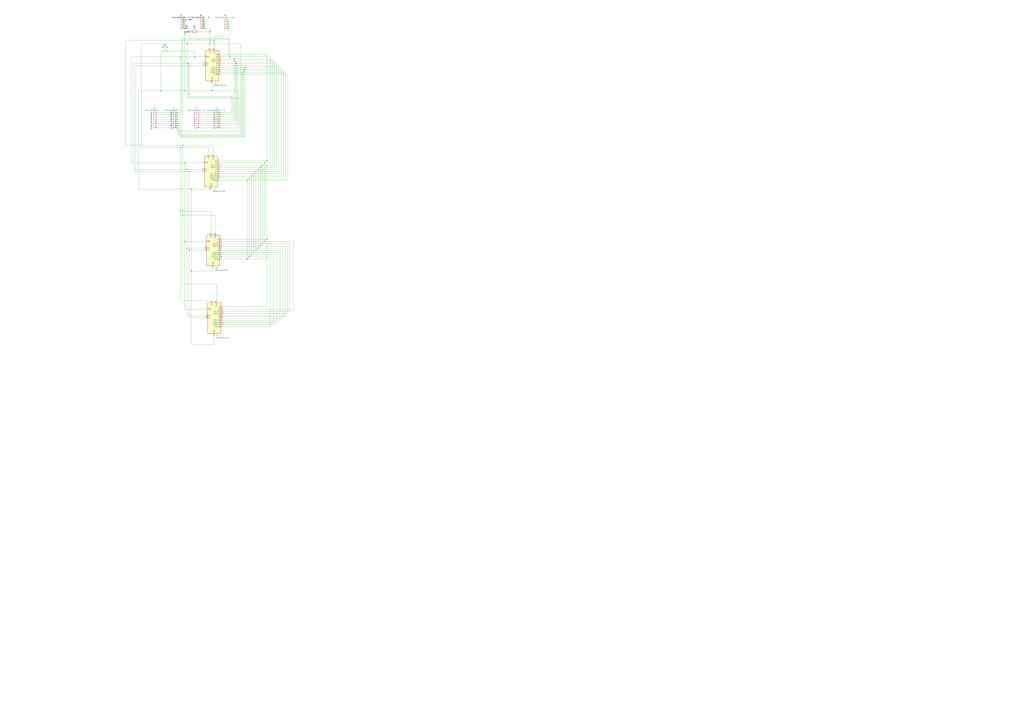
<source format=kicad_sch>
(kicad_sch
	(version 20231120)
	(generator "eeschema")
	(generator_version "8.0")
	(uuid "f013cab0-cf41-4f46-b8e3-39a853954b51")
	(paper "A0")
	(lib_symbols
		(symbol "Connector:Conn_01x05_Pin"
			(pin_names
				(offset 1.016) hide)
			(exclude_from_sim no)
			(in_bom yes)
			(on_board yes)
			(property "Reference" "J"
				(at 0 7.62 0)
				(effects
					(font
						(size 1.27 1.27)
					)
				)
			)
			(property "Value" "Conn_01x05_Pin"
				(at 0 -7.62 0)
				(effects
					(font
						(size 1.27 1.27)
					)
				)
			)
			(property "Footprint" ""
				(at 0 0 0)
				(effects
					(font
						(size 1.27 1.27)
					)
					(hide yes)
				)
			)
			(property "Datasheet" "~"
				(at 0 0 0)
				(effects
					(font
						(size 1.27 1.27)
					)
					(hide yes)
				)
			)
			(property "Description" "Generic connector, single row, 01x05, script generated"
				(at 0 0 0)
				(effects
					(font
						(size 1.27 1.27)
					)
					(hide yes)
				)
			)
			(property "ki_locked" ""
				(at 0 0 0)
				(effects
					(font
						(size 1.27 1.27)
					)
				)
			)
			(property "ki_keywords" "connector"
				(at 0 0 0)
				(effects
					(font
						(size 1.27 1.27)
					)
					(hide yes)
				)
			)
			(property "ki_fp_filters" "Connector*:*_1x??_*"
				(at 0 0 0)
				(effects
					(font
						(size 1.27 1.27)
					)
					(hide yes)
				)
			)
			(symbol "Conn_01x05_Pin_1_1"
				(polyline
					(pts
						(xy 1.27 -5.08) (xy 0.8636 -5.08)
					)
					(stroke
						(width 0.1524)
						(type default)
					)
					(fill
						(type none)
					)
				)
				(polyline
					(pts
						(xy 1.27 -2.54) (xy 0.8636 -2.54)
					)
					(stroke
						(width 0.1524)
						(type default)
					)
					(fill
						(type none)
					)
				)
				(polyline
					(pts
						(xy 1.27 0) (xy 0.8636 0)
					)
					(stroke
						(width 0.1524)
						(type default)
					)
					(fill
						(type none)
					)
				)
				(polyline
					(pts
						(xy 1.27 2.54) (xy 0.8636 2.54)
					)
					(stroke
						(width 0.1524)
						(type default)
					)
					(fill
						(type none)
					)
				)
				(polyline
					(pts
						(xy 1.27 5.08) (xy 0.8636 5.08)
					)
					(stroke
						(width 0.1524)
						(type default)
					)
					(fill
						(type none)
					)
				)
				(rectangle
					(start 0.8636 -4.953)
					(end 0 -5.207)
					(stroke
						(width 0.1524)
						(type default)
					)
					(fill
						(type outline)
					)
				)
				(rectangle
					(start 0.8636 -2.413)
					(end 0 -2.667)
					(stroke
						(width 0.1524)
						(type default)
					)
					(fill
						(type outline)
					)
				)
				(rectangle
					(start 0.8636 0.127)
					(end 0 -0.127)
					(stroke
						(width 0.1524)
						(type default)
					)
					(fill
						(type outline)
					)
				)
				(rectangle
					(start 0.8636 2.667)
					(end 0 2.413)
					(stroke
						(width 0.1524)
						(type default)
					)
					(fill
						(type outline)
					)
				)
				(rectangle
					(start 0.8636 5.207)
					(end 0 4.953)
					(stroke
						(width 0.1524)
						(type default)
					)
					(fill
						(type outline)
					)
				)
				(pin passive line
					(at 5.08 5.08 180)
					(length 3.81)
					(name "Pin_1"
						(effects
							(font
								(size 1.27 1.27)
							)
						)
					)
					(number "1"
						(effects
							(font
								(size 1.27 1.27)
							)
						)
					)
				)
				(pin passive line
					(at 5.08 2.54 180)
					(length 3.81)
					(name "Pin_2"
						(effects
							(font
								(size 1.27 1.27)
							)
						)
					)
					(number "2"
						(effects
							(font
								(size 1.27 1.27)
							)
						)
					)
				)
				(pin passive line
					(at 5.08 0 180)
					(length 3.81)
					(name "Pin_3"
						(effects
							(font
								(size 1.27 1.27)
							)
						)
					)
					(number "3"
						(effects
							(font
								(size 1.27 1.27)
							)
						)
					)
				)
				(pin passive line
					(at 5.08 -2.54 180)
					(length 3.81)
					(name "Pin_4"
						(effects
							(font
								(size 1.27 1.27)
							)
						)
					)
					(number "4"
						(effects
							(font
								(size 1.27 1.27)
							)
						)
					)
				)
				(pin passive line
					(at 5.08 -5.08 180)
					(length 3.81)
					(name "Pin_5"
						(effects
							(font
								(size 1.27 1.27)
							)
						)
					)
					(number "5"
						(effects
							(font
								(size 1.27 1.27)
							)
						)
					)
				)
			)
		)
		(symbol "Connector:Conn_01x08_Pin"
			(pin_names
				(offset 1.016) hide)
			(exclude_from_sim no)
			(in_bom yes)
			(on_board yes)
			(property "Reference" "J"
				(at 0 10.16 0)
				(effects
					(font
						(size 1.27 1.27)
					)
				)
			)
			(property "Value" "Conn_01x08_Pin"
				(at 0 -12.7 0)
				(effects
					(font
						(size 1.27 1.27)
					)
				)
			)
			(property "Footprint" ""
				(at 0 0 0)
				(effects
					(font
						(size 1.27 1.27)
					)
					(hide yes)
				)
			)
			(property "Datasheet" "~"
				(at 0 0 0)
				(effects
					(font
						(size 1.27 1.27)
					)
					(hide yes)
				)
			)
			(property "Description" "Generic connector, single row, 01x08, script generated"
				(at 0 0 0)
				(effects
					(font
						(size 1.27 1.27)
					)
					(hide yes)
				)
			)
			(property "ki_locked" ""
				(at 0 0 0)
				(effects
					(font
						(size 1.27 1.27)
					)
				)
			)
			(property "ki_keywords" "connector"
				(at 0 0 0)
				(effects
					(font
						(size 1.27 1.27)
					)
					(hide yes)
				)
			)
			(property "ki_fp_filters" "Connector*:*_1x??_*"
				(at 0 0 0)
				(effects
					(font
						(size 1.27 1.27)
					)
					(hide yes)
				)
			)
			(symbol "Conn_01x08_Pin_1_1"
				(polyline
					(pts
						(xy 1.27 -10.16) (xy 0.8636 -10.16)
					)
					(stroke
						(width 0.1524)
						(type default)
					)
					(fill
						(type none)
					)
				)
				(polyline
					(pts
						(xy 1.27 -7.62) (xy 0.8636 -7.62)
					)
					(stroke
						(width 0.1524)
						(type default)
					)
					(fill
						(type none)
					)
				)
				(polyline
					(pts
						(xy 1.27 -5.08) (xy 0.8636 -5.08)
					)
					(stroke
						(width 0.1524)
						(type default)
					)
					(fill
						(type none)
					)
				)
				(polyline
					(pts
						(xy 1.27 -2.54) (xy 0.8636 -2.54)
					)
					(stroke
						(width 0.1524)
						(type default)
					)
					(fill
						(type none)
					)
				)
				(polyline
					(pts
						(xy 1.27 0) (xy 0.8636 0)
					)
					(stroke
						(width 0.1524)
						(type default)
					)
					(fill
						(type none)
					)
				)
				(polyline
					(pts
						(xy 1.27 2.54) (xy 0.8636 2.54)
					)
					(stroke
						(width 0.1524)
						(type default)
					)
					(fill
						(type none)
					)
				)
				(polyline
					(pts
						(xy 1.27 5.08) (xy 0.8636 5.08)
					)
					(stroke
						(width 0.1524)
						(type default)
					)
					(fill
						(type none)
					)
				)
				(polyline
					(pts
						(xy 1.27 7.62) (xy 0.8636 7.62)
					)
					(stroke
						(width 0.1524)
						(type default)
					)
					(fill
						(type none)
					)
				)
				(rectangle
					(start 0.8636 -10.033)
					(end 0 -10.287)
					(stroke
						(width 0.1524)
						(type default)
					)
					(fill
						(type outline)
					)
				)
				(rectangle
					(start 0.8636 -7.493)
					(end 0 -7.747)
					(stroke
						(width 0.1524)
						(type default)
					)
					(fill
						(type outline)
					)
				)
				(rectangle
					(start 0.8636 -4.953)
					(end 0 -5.207)
					(stroke
						(width 0.1524)
						(type default)
					)
					(fill
						(type outline)
					)
				)
				(rectangle
					(start 0.8636 -2.413)
					(end 0 -2.667)
					(stroke
						(width 0.1524)
						(type default)
					)
					(fill
						(type outline)
					)
				)
				(rectangle
					(start 0.8636 0.127)
					(end 0 -0.127)
					(stroke
						(width 0.1524)
						(type default)
					)
					(fill
						(type outline)
					)
				)
				(rectangle
					(start 0.8636 2.667)
					(end 0 2.413)
					(stroke
						(width 0.1524)
						(type default)
					)
					(fill
						(type outline)
					)
				)
				(rectangle
					(start 0.8636 5.207)
					(end 0 4.953)
					(stroke
						(width 0.1524)
						(type default)
					)
					(fill
						(type outline)
					)
				)
				(rectangle
					(start 0.8636 7.747)
					(end 0 7.493)
					(stroke
						(width 0.1524)
						(type default)
					)
					(fill
						(type outline)
					)
				)
				(pin passive line
					(at 5.08 7.62 180)
					(length 3.81)
					(name "Pin_1"
						(effects
							(font
								(size 1.27 1.27)
							)
						)
					)
					(number "1"
						(effects
							(font
								(size 1.27 1.27)
							)
						)
					)
				)
				(pin passive line
					(at 5.08 5.08 180)
					(length 3.81)
					(name "Pin_2"
						(effects
							(font
								(size 1.27 1.27)
							)
						)
					)
					(number "2"
						(effects
							(font
								(size 1.27 1.27)
							)
						)
					)
				)
				(pin passive line
					(at 5.08 2.54 180)
					(length 3.81)
					(name "Pin_3"
						(effects
							(font
								(size 1.27 1.27)
							)
						)
					)
					(number "3"
						(effects
							(font
								(size 1.27 1.27)
							)
						)
					)
				)
				(pin passive line
					(at 5.08 0 180)
					(length 3.81)
					(name "Pin_4"
						(effects
							(font
								(size 1.27 1.27)
							)
						)
					)
					(number "4"
						(effects
							(font
								(size 1.27 1.27)
							)
						)
					)
				)
				(pin passive line
					(at 5.08 -2.54 180)
					(length 3.81)
					(name "Pin_5"
						(effects
							(font
								(size 1.27 1.27)
							)
						)
					)
					(number "5"
						(effects
							(font
								(size 1.27 1.27)
							)
						)
					)
				)
				(pin passive line
					(at 5.08 -5.08 180)
					(length 3.81)
					(name "Pin_6"
						(effects
							(font
								(size 1.27 1.27)
							)
						)
					)
					(number "6"
						(effects
							(font
								(size 1.27 1.27)
							)
						)
					)
				)
				(pin passive line
					(at 5.08 -7.62 180)
					(length 3.81)
					(name "Pin_7"
						(effects
							(font
								(size 1.27 1.27)
							)
						)
					)
					(number "7"
						(effects
							(font
								(size 1.27 1.27)
							)
						)
					)
				)
				(pin passive line
					(at 5.08 -10.16 180)
					(length 3.81)
					(name "Pin_8"
						(effects
							(font
								(size 1.27 1.27)
							)
						)
					)
					(number "8"
						(effects
							(font
								(size 1.27 1.27)
							)
						)
					)
				)
			)
		)
		(symbol "Device:LED"
			(pin_numbers hide)
			(pin_names
				(offset 1.016) hide)
			(exclude_from_sim no)
			(in_bom yes)
			(on_board yes)
			(property "Reference" "D"
				(at 0 2.54 0)
				(effects
					(font
						(size 1.27 1.27)
					)
				)
			)
			(property "Value" "LED"
				(at 0 -2.54 0)
				(effects
					(font
						(size 1.27 1.27)
					)
				)
			)
			(property "Footprint" ""
				(at 0 0 0)
				(effects
					(font
						(size 1.27 1.27)
					)
					(hide yes)
				)
			)
			(property "Datasheet" "~"
				(at 0 0 0)
				(effects
					(font
						(size 1.27 1.27)
					)
					(hide yes)
				)
			)
			(property "Description" "Light emitting diode"
				(at 0 0 0)
				(effects
					(font
						(size 1.27 1.27)
					)
					(hide yes)
				)
			)
			(property "ki_keywords" "LED diode"
				(at 0 0 0)
				(effects
					(font
						(size 1.27 1.27)
					)
					(hide yes)
				)
			)
			(property "ki_fp_filters" "LED* LED_SMD:* LED_THT:*"
				(at 0 0 0)
				(effects
					(font
						(size 1.27 1.27)
					)
					(hide yes)
				)
			)
			(symbol "LED_0_1"
				(polyline
					(pts
						(xy -1.27 -1.27) (xy -1.27 1.27)
					)
					(stroke
						(width 0.254)
						(type default)
					)
					(fill
						(type none)
					)
				)
				(polyline
					(pts
						(xy -1.27 0) (xy 1.27 0)
					)
					(stroke
						(width 0)
						(type default)
					)
					(fill
						(type none)
					)
				)
				(polyline
					(pts
						(xy 1.27 -1.27) (xy 1.27 1.27) (xy -1.27 0) (xy 1.27 -1.27)
					)
					(stroke
						(width 0.254)
						(type default)
					)
					(fill
						(type none)
					)
				)
				(polyline
					(pts
						(xy -3.048 -0.762) (xy -4.572 -2.286) (xy -3.81 -2.286) (xy -4.572 -2.286) (xy -4.572 -1.524)
					)
					(stroke
						(width 0)
						(type default)
					)
					(fill
						(type none)
					)
				)
				(polyline
					(pts
						(xy -1.778 -0.762) (xy -3.302 -2.286) (xy -2.54 -2.286) (xy -3.302 -2.286) (xy -3.302 -1.524)
					)
					(stroke
						(width 0)
						(type default)
					)
					(fill
						(type none)
					)
				)
			)
			(symbol "LED_1_1"
				(pin passive line
					(at -3.81 0 0)
					(length 2.54)
					(name "K"
						(effects
							(font
								(size 1.27 1.27)
							)
						)
					)
					(number "1"
						(effects
							(font
								(size 1.27 1.27)
							)
						)
					)
				)
				(pin passive line
					(at 3.81 0 180)
					(length 2.54)
					(name "A"
						(effects
							(font
								(size 1.27 1.27)
							)
						)
					)
					(number "2"
						(effects
							(font
								(size 1.27 1.27)
							)
						)
					)
				)
			)
		)
		(symbol "Device:R"
			(pin_numbers hide)
			(pin_names
				(offset 0)
			)
			(exclude_from_sim no)
			(in_bom yes)
			(on_board yes)
			(property "Reference" "R"
				(at 2.032 0 90)
				(effects
					(font
						(size 1.27 1.27)
					)
				)
			)
			(property "Value" "R"
				(at 0 0 90)
				(effects
					(font
						(size 1.27 1.27)
					)
				)
			)
			(property "Footprint" ""
				(at -1.778 0 90)
				(effects
					(font
						(size 1.27 1.27)
					)
					(hide yes)
				)
			)
			(property "Datasheet" "~"
				(at 0 0 0)
				(effects
					(font
						(size 1.27 1.27)
					)
					(hide yes)
				)
			)
			(property "Description" "Resistor"
				(at 0 0 0)
				(effects
					(font
						(size 1.27 1.27)
					)
					(hide yes)
				)
			)
			(property "ki_keywords" "R res resistor"
				(at 0 0 0)
				(effects
					(font
						(size 1.27 1.27)
					)
					(hide yes)
				)
			)
			(property "ki_fp_filters" "R_*"
				(at 0 0 0)
				(effects
					(font
						(size 1.27 1.27)
					)
					(hide yes)
				)
			)
			(symbol "R_0_1"
				(rectangle
					(start -1.016 -2.54)
					(end 1.016 2.54)
					(stroke
						(width 0.254)
						(type default)
					)
					(fill
						(type none)
					)
				)
			)
			(symbol "R_1_1"
				(pin passive line
					(at 0 3.81 270)
					(length 1.27)
					(name "~"
						(effects
							(font
								(size 1.27 1.27)
							)
						)
					)
					(number "1"
						(effects
							(font
								(size 1.27 1.27)
							)
						)
					)
				)
				(pin passive line
					(at 0 -3.81 90)
					(length 1.27)
					(name "~"
						(effects
							(font
								(size 1.27 1.27)
							)
						)
					)
					(number "2"
						(effects
							(font
								(size 1.27 1.27)
							)
						)
					)
				)
			)
		)
		(symbol "MCU_Module:WeMos_D1_mini"
			(exclude_from_sim no)
			(in_bom yes)
			(on_board yes)
			(property "Reference" "U"
				(at 3.81 19.05 0)
				(effects
					(font
						(size 1.27 1.27)
					)
					(justify left)
				)
			)
			(property "Value" "WeMos_D1_mini"
				(at 1.27 -19.05 0)
				(effects
					(font
						(size 1.27 1.27)
					)
					(justify left)
				)
			)
			(property "Footprint" "Module:WEMOS_D1_mini_light"
				(at 0 -29.21 0)
				(effects
					(font
						(size 1.27 1.27)
					)
					(hide yes)
				)
			)
			(property "Datasheet" "https://wiki.wemos.cc/products:d1:d1_mini#documentation"
				(at -46.99 -29.21 0)
				(effects
					(font
						(size 1.27 1.27)
					)
					(hide yes)
				)
			)
			(property "Description" "32-bit microcontroller module with WiFi"
				(at 0 0 0)
				(effects
					(font
						(size 1.27 1.27)
					)
					(hide yes)
				)
			)
			(property "ki_keywords" "ESP8266 WiFi microcontroller ESP8266EX"
				(at 0 0 0)
				(effects
					(font
						(size 1.27 1.27)
					)
					(hide yes)
				)
			)
			(property "ki_fp_filters" "WEMOS*D1*mini*"
				(at 0 0 0)
				(effects
					(font
						(size 1.27 1.27)
					)
					(hide yes)
				)
			)
			(symbol "WeMos_D1_mini_1_1"
				(rectangle
					(start -7.62 17.78)
					(end 7.62 -17.78)
					(stroke
						(width 0.254)
						(type default)
					)
					(fill
						(type background)
					)
				)
				(pin input line
					(at -10.16 10.16 0)
					(length 2.54)
					(name "~{RST}"
						(effects
							(font
								(size 1.27 1.27)
							)
						)
					)
					(number "1"
						(effects
							(font
								(size 1.27 1.27)
							)
						)
					)
				)
				(pin power_in line
					(at 0 -20.32 90)
					(length 2.54)
					(name "GND"
						(effects
							(font
								(size 1.27 1.27)
							)
						)
					)
					(number "10"
						(effects
							(font
								(size 1.27 1.27)
							)
						)
					)
				)
				(pin bidirectional line
					(at 10.16 0 180)
					(length 2.54)
					(name "D4"
						(effects
							(font
								(size 1.27 1.27)
							)
						)
					)
					(number "11"
						(effects
							(font
								(size 1.27 1.27)
							)
						)
					)
				)
				(pin bidirectional line
					(at 10.16 2.54 180)
					(length 2.54)
					(name "D3"
						(effects
							(font
								(size 1.27 1.27)
							)
						)
					)
					(number "12"
						(effects
							(font
								(size 1.27 1.27)
							)
						)
					)
				)
				(pin bidirectional line
					(at 10.16 5.08 180)
					(length 2.54)
					(name "SDA/D2"
						(effects
							(font
								(size 1.27 1.27)
							)
						)
					)
					(number "13"
						(effects
							(font
								(size 1.27 1.27)
							)
						)
					)
				)
				(pin bidirectional line
					(at 10.16 7.62 180)
					(length 2.54)
					(name "SCL/D1"
						(effects
							(font
								(size 1.27 1.27)
							)
						)
					)
					(number "14"
						(effects
							(font
								(size 1.27 1.27)
							)
						)
					)
				)
				(pin input line
					(at -10.16 2.54 0)
					(length 2.54)
					(name "RX"
						(effects
							(font
								(size 1.27 1.27)
							)
						)
					)
					(number "15"
						(effects
							(font
								(size 1.27 1.27)
							)
						)
					)
				)
				(pin output line
					(at -10.16 0 0)
					(length 2.54)
					(name "TX"
						(effects
							(font
								(size 1.27 1.27)
							)
						)
					)
					(number "16"
						(effects
							(font
								(size 1.27 1.27)
							)
						)
					)
				)
				(pin input line
					(at 10.16 12.7 180)
					(length 2.54)
					(name "A0"
						(effects
							(font
								(size 1.27 1.27)
							)
						)
					)
					(number "2"
						(effects
							(font
								(size 1.27 1.27)
							)
						)
					)
				)
				(pin bidirectional line
					(at 10.16 10.16 180)
					(length 2.54)
					(name "D0"
						(effects
							(font
								(size 1.27 1.27)
							)
						)
					)
					(number "3"
						(effects
							(font
								(size 1.27 1.27)
							)
						)
					)
				)
				(pin bidirectional line
					(at 10.16 -2.54 180)
					(length 2.54)
					(name "SCK/D5"
						(effects
							(font
								(size 1.27 1.27)
							)
						)
					)
					(number "4"
						(effects
							(font
								(size 1.27 1.27)
							)
						)
					)
				)
				(pin bidirectional line
					(at 10.16 -5.08 180)
					(length 2.54)
					(name "MISO/D6"
						(effects
							(font
								(size 1.27 1.27)
							)
						)
					)
					(number "5"
						(effects
							(font
								(size 1.27 1.27)
							)
						)
					)
				)
				(pin bidirectional line
					(at 10.16 -7.62 180)
					(length 2.54)
					(name "MOSI/D7"
						(effects
							(font
								(size 1.27 1.27)
							)
						)
					)
					(number "6"
						(effects
							(font
								(size 1.27 1.27)
							)
						)
					)
				)
				(pin bidirectional line
					(at 10.16 -10.16 180)
					(length 2.54)
					(name "CS/D8"
						(effects
							(font
								(size 1.27 1.27)
							)
						)
					)
					(number "7"
						(effects
							(font
								(size 1.27 1.27)
							)
						)
					)
				)
				(pin power_out line
					(at 2.54 20.32 270)
					(length 2.54)
					(name "3V3"
						(effects
							(font
								(size 1.27 1.27)
							)
						)
					)
					(number "8"
						(effects
							(font
								(size 1.27 1.27)
							)
						)
					)
				)
				(pin power_in line
					(at -2.54 20.32 270)
					(length 2.54)
					(name "5V"
						(effects
							(font
								(size 1.27 1.27)
							)
						)
					)
					(number "9"
						(effects
							(font
								(size 1.27 1.27)
							)
						)
					)
				)
			)
		)
		(symbol "Switch:SW_Push"
			(pin_numbers hide)
			(pin_names
				(offset 1.016) hide)
			(exclude_from_sim no)
			(in_bom yes)
			(on_board yes)
			(property "Reference" "SW"
				(at 1.27 2.54 0)
				(effects
					(font
						(size 1.27 1.27)
					)
					(justify left)
				)
			)
			(property "Value" "SW_Push"
				(at 0 -1.524 0)
				(effects
					(font
						(size 1.27 1.27)
					)
				)
			)
			(property "Footprint" ""
				(at 0 5.08 0)
				(effects
					(font
						(size 1.27 1.27)
					)
					(hide yes)
				)
			)
			(property "Datasheet" "~"
				(at 0 5.08 0)
				(effects
					(font
						(size 1.27 1.27)
					)
					(hide yes)
				)
			)
			(property "Description" "Push button switch, generic, two pins"
				(at 0 0 0)
				(effects
					(font
						(size 1.27 1.27)
					)
					(hide yes)
				)
			)
			(property "ki_keywords" "switch normally-open pushbutton push-button"
				(at 0 0 0)
				(effects
					(font
						(size 1.27 1.27)
					)
					(hide yes)
				)
			)
			(symbol "SW_Push_0_1"
				(circle
					(center -2.032 0)
					(radius 0.508)
					(stroke
						(width 0)
						(type default)
					)
					(fill
						(type none)
					)
				)
				(polyline
					(pts
						(xy 0 1.27) (xy 0 3.048)
					)
					(stroke
						(width 0)
						(type default)
					)
					(fill
						(type none)
					)
				)
				(polyline
					(pts
						(xy 2.54 1.27) (xy -2.54 1.27)
					)
					(stroke
						(width 0)
						(type default)
					)
					(fill
						(type none)
					)
				)
				(circle
					(center 2.032 0)
					(radius 0.508)
					(stroke
						(width 0)
						(type default)
					)
					(fill
						(type none)
					)
				)
				(pin passive line
					(at -5.08 0 0)
					(length 2.54)
					(name "1"
						(effects
							(font
								(size 1.27 1.27)
							)
						)
					)
					(number "1"
						(effects
							(font
								(size 1.27 1.27)
							)
						)
					)
				)
				(pin passive line
					(at 5.08 0 180)
					(length 2.54)
					(name "2"
						(effects
							(font
								(size 1.27 1.27)
							)
						)
					)
					(number "2"
						(effects
							(font
								(size 1.27 1.27)
							)
						)
					)
				)
			)
		)
		(symbol "power:GND"
			(power)
			(pin_numbers hide)
			(pin_names
				(offset 0) hide)
			(exclude_from_sim no)
			(in_bom yes)
			(on_board yes)
			(property "Reference" "#PWR"
				(at 0 -6.35 0)
				(effects
					(font
						(size 1.27 1.27)
					)
					(hide yes)
				)
			)
			(property "Value" "GND"
				(at 0 -3.81 0)
				(effects
					(font
						(size 1.27 1.27)
					)
				)
			)
			(property "Footprint" ""
				(at 0 0 0)
				(effects
					(font
						(size 1.27 1.27)
					)
					(hide yes)
				)
			)
			(property "Datasheet" ""
				(at 0 0 0)
				(effects
					(font
						(size 1.27 1.27)
					)
					(hide yes)
				)
			)
			(property "Description" "Power symbol creates a global label with name \"GND\" , ground"
				(at 0 0 0)
				(effects
					(font
						(size 1.27 1.27)
					)
					(hide yes)
				)
			)
			(property "ki_keywords" "global power"
				(at 0 0 0)
				(effects
					(font
						(size 1.27 1.27)
					)
					(hide yes)
				)
			)
			(symbol "GND_0_1"
				(polyline
					(pts
						(xy 0 0) (xy 0 -1.27) (xy 1.27 -1.27) (xy 0 -2.54) (xy -1.27 -1.27) (xy 0 -1.27)
					)
					(stroke
						(width 0)
						(type default)
					)
					(fill
						(type none)
					)
				)
			)
			(symbol "GND_1_1"
				(pin power_in line
					(at 0 0 270)
					(length 0)
					(name "~"
						(effects
							(font
								(size 1.27 1.27)
							)
						)
					)
					(number "1"
						(effects
							(font
								(size 1.27 1.27)
							)
						)
					)
				)
			)
		)
	)
	(junction
		(at 219.71 290.83)
		(diameter 0)
		(color 0 0 0 0)
		(uuid "0553e3de-d53d-4ac3-b6e9-d6f01bd13d76")
	)
	(junction
		(at 299.72 288.29)
		(diameter 0)
		(color 0 0 0 0)
		(uuid "080064a1-7680-41df-afe3-c57fc93413a6")
	)
	(junction
		(at 205.74 140.97)
		(diameter 0)
		(color 0 0 0 0)
		(uuid "0834574c-51f2-454c-82a5-191cbad9cc68")
	)
	(junction
		(at 186.69 105.41)
		(diameter 0)
		(color 0 0 0 0)
		(uuid "0d239a83-033f-43f8-8291-3657b9e2762b")
	)
	(junction
		(at 273.05 71.12)
		(diameter 0)
		(color 0 0 0 0)
		(uuid "148e90c7-350d-4e5f-8e18-0f279844f025")
	)
	(junction
		(at 243.84 36.83)
		(diameter 0)
		(color 0 0 0 0)
		(uuid "159a04a8-4498-45dc-bfcb-5413e0f89b1b")
	)
	(junction
		(at 255.27 148.59)
		(diameter 0)
		(color 0 0 0 0)
		(uuid "1c79392d-9180-4a1c-8f83-db1da1da1e3a")
	)
	(junction
		(at 205.74 146.05)
		(diameter 0)
		(color 0 0 0 0)
		(uuid "1da8a348-eff5-47e7-a599-4d9e3436190e")
	)
	(junction
		(at 214.63 33.02)
		(diameter 0)
		(color 0 0 0 0)
		(uuid "2230d5ab-738b-44c0-8540-8f213ad519cc")
	)
	(junction
		(at 248.92 46.99)
		(diameter 0)
		(color 0 0 0 0)
		(uuid "224b89c6-8f99-4b92-bdd9-c8835fe536ed")
	)
	(junction
		(at 287.02 300.99)
		(diameter 0)
		(color 0 0 0 0)
		(uuid "26369146-bfe9-4d78-92e2-3d9ef3901143")
	)
	(junction
		(at 287.02 209.55)
		(diameter 0)
		(color 0 0 0 0)
		(uuid "2676476a-6364-4e86-aa16-bd6aa40e8f44")
	)
	(junction
		(at 307.34 189.23)
		(diameter 0)
		(color 0 0 0 0)
		(uuid "2a1d7d5d-37d2-4a50-8125-2c4372e145ae")
	)
	(junction
		(at 209.55 66.04)
		(diameter 0)
		(color 0 0 0 0)
		(uuid "2affe4b6-5ff6-40c2-9bb2-4effb363a530")
	)
	(junction
		(at 309.88 278.13)
		(diameter 0)
		(color 0 0 0 0)
		(uuid "302208f7-29ae-49ee-bf35-b043f9885e1c")
	)
	(junction
		(at 297.18 199.39)
		(diameter 0)
		(color 0 0 0 0)
		(uuid "37b80e5f-f986-406a-b261-11ea8f900277")
	)
	(junction
		(at 255.27 140.97)
		(diameter 0)
		(color 0 0 0 0)
		(uuid "3a2bb4d0-c8c8-430e-9135-130d2503a847")
	)
	(junction
		(at 294.64 293.37)
		(diameter 0)
		(color 0 0 0 0)
		(uuid "3c42ecae-daaa-49e0-9cd0-ffc422b41e89")
	)
	(junction
		(at 255.27 135.89)
		(diameter 0)
		(color 0 0 0 0)
		(uuid "4671319e-b66d-4354-a18b-9c7383895b5a")
	)
	(junction
		(at 265.43 25.4)
		(diameter 0)
		(color 0 0 0 0)
		(uuid "4a4d1912-66fe-42a9-ad6c-56d243a6bd87")
	)
	(junction
		(at 246.38 105.41)
		(diameter 0)
		(color 0 0 0 0)
		(uuid "4ac5be9c-786c-47cb-9437-8dfced57d4b1")
	)
	(junction
		(at 292.1 204.47)
		(diameter 0)
		(color 0 0 0 0)
		(uuid "4fbcbe4b-875c-4c71-907f-b8ccf6ffe604")
	)
	(junction
		(at 237.49 33.02)
		(diameter 0)
		(color 0 0 0 0)
		(uuid "5225136a-d98c-414a-b379-9d458e9da1c6")
	)
	(junction
		(at 265.43 27.94)
		(diameter 0)
		(color 0 0 0 0)
		(uuid "5310ba5f-c8c1-4d09-bcc2-b17c430c85e0")
	)
	(junction
		(at 283.21 81.28)
		(diameter 0)
		(color 0 0 0 0)
		(uuid "5433625c-de43-4047-9e9c-b3a7584162fa")
	)
	(junction
		(at 219.71 199.39)
		(diameter 0)
		(color 0 0 0 0)
		(uuid "586ac6b0-86ac-4d74-9f25-d1e2c62506d4")
	)
	(junction
		(at 219.71 76.2)
		(diameter 0)
		(color 0 0 0 0)
		(uuid "5cabf4d9-f925-433f-9d05-5fe1e2e3cdc4")
	)
	(junction
		(at 274.32 73.66)
		(diameter 0)
		(color 0 0 0 0)
		(uuid "5cddca97-20fa-43f4-a15c-155bbb066398")
	)
	(junction
		(at 255.27 146.05)
		(diameter 0)
		(color 0 0 0 0)
		(uuid "6458161d-a394-4280-9ad3-524eab652e8f")
	)
	(junction
		(at 309.88 186.69)
		(diameter 0)
		(color 0 0 0 0)
		(uuid "697b0b04-ae17-4f15-85e1-a17bf17bd922")
	)
	(junction
		(at 266.7 66.04)
		(diameter 0)
		(color 0 0 0 0)
		(uuid "6d0c90b9-893c-41be-a6dc-92a1c4f96058")
	)
	(junction
		(at 205.74 135.89)
		(diameter 0)
		(color 0 0 0 0)
		(uuid "71145511-116a-406b-9e44-638e0d6906b5")
	)
	(junction
		(at 302.26 285.75)
		(diameter 0)
		(color 0 0 0 0)
		(uuid "7549e7ce-0a15-4710-8393-788445e5954b")
	)
	(junction
		(at 214.63 105.41)
		(diameter 0)
		(color 0 0 0 0)
		(uuid "7a03b9a5-3af2-4ca2-91da-0322fa039950")
	)
	(junction
		(at 255.27 130.81)
		(diameter 0)
		(color 0 0 0 0)
		(uuid "7c25f209-9704-4d4c-bb5c-eaea35a9e9d1")
	)
	(junction
		(at 214.63 27.94)
		(diameter 0)
		(color 0 0 0 0)
		(uuid "836f8763-f4e7-4d45-b3ee-087b8c8263f2")
	)
	(junction
		(at 271.78 68.58)
		(diameter 0)
		(color 0 0 0 0)
		(uuid "838fadc0-801c-4018-b0b7-afe1b11730c3")
	)
	(junction
		(at 281.94 83.82)
		(diameter 0)
		(color 0 0 0 0)
		(uuid "83e4ca30-b80a-406a-8688-52f1a1d9fb93")
	)
	(junction
		(at 292.1 295.91)
		(diameter 0)
		(color 0 0 0 0)
		(uuid "8738283e-1e23-4230-bb38-0ea63a0df1de")
	)
	(junction
		(at 205.74 130.81)
		(diameter 0)
		(color 0 0 0 0)
		(uuid "89629d71-7d23-4d10-a46e-cdec0d981fb7")
	)
	(junction
		(at 275.59 76.2)
		(diameter 0)
		(color 0 0 0 0)
		(uuid "89afa453-24e8-4743-bfc7-12762aea794e")
	)
	(junction
		(at 237.49 27.94)
		(diameter 0)
		(color 0 0 0 0)
		(uuid "90b87696-006f-402b-a4b2-69bddd36f29f")
	)
	(junction
		(at 237.49 25.4)
		(diameter 0)
		(color 0 0 0 0)
		(uuid "91535096-53f6-44bd-bd40-e36321584dc0")
	)
	(junction
		(at 214.63 22.86)
		(diameter 0)
		(color 0 0 0 0)
		(uuid "918f65cc-242b-45fb-86ea-986cb29b12ad")
	)
	(junction
		(at 214.63 30.48)
		(diameter 0)
		(color 0 0 0 0)
		(uuid "92694960-3923-4a7b-a5c5-4b81f827025c")
	)
	(junction
		(at 222.25 314.96)
		(diameter 0)
		(color 0 0 0 0)
		(uuid "9377fb71-89dd-4862-b450-b91ceac0de77")
	)
	(junction
		(at 299.72 196.85)
		(diameter 0)
		(color 0 0 0 0)
		(uuid "9382337e-4547-4eb3-9c82-aa330063dbe9")
	)
	(junction
		(at 265.43 33.02)
		(diameter 0)
		(color 0 0 0 0)
		(uuid "941fe1eb-a332-4396-a9bf-ae6dd5f41cdf")
	)
	(junction
		(at 255.27 138.43)
		(diameter 0)
		(color 0 0 0 0)
		(uuid "9554d552-332f-436a-b404-e5dfdaa40253")
	)
	(junction
		(at 218.44 73.66)
		(diameter 0)
		(color 0 0 0 0)
		(uuid "99490062-80a6-4293-97aa-f0dc74e4472c")
	)
	(junction
		(at 217.17 288.29)
		(diameter 0)
		(color 0 0 0 0)
		(uuid "9b526927-c912-4649-954a-7ebe4dba5fc9")
	)
	(junction
		(at 205.74 133.35)
		(diameter 0)
		(color 0 0 0 0)
		(uuid "9b57e7aa-9cbe-4ee1-a37c-57c6ed24809a")
	)
	(junction
		(at 297.18 290.83)
		(diameter 0)
		(color 0 0 0 0)
		(uuid "9b907007-e2fb-412a-a482-bc32b8bc78d4")
	)
	(junction
		(at 265.43 63.5)
		(diameter 0)
		(color 0 0 0 0)
		(uuid "9d8ebd2d-2607-4139-8280-5cc878386a08")
	)
	(junction
		(at 209.55 171.45)
		(diameter 0)
		(color 0 0 0 0)
		(uuid "9dc91eaf-d6cc-41f0-aae6-3a207ebdb3a2")
	)
	(junction
		(at 280.67 86.36)
		(diameter 0)
		(color 0 0 0 0)
		(uuid "a21f2bff-471c-463e-baf3-e18f00a6d34f")
	)
	(junction
		(at 217.17 50.8)
		(diameter 0)
		(color 0 0 0 0)
		(uuid "a4b4efce-9ab1-4af1-8e5b-1439808803ec")
	)
	(junction
		(at 237.49 30.48)
		(diameter 0)
		(color 0 0 0 0)
		(uuid "a6d0bcf2-12e7-4b37-9aec-4b94ed02a868")
	)
	(junction
		(at 304.8 283.21)
		(diameter 0)
		(color 0 0 0 0)
		(uuid "a783c777-6040-40dc-aeab-cf2badd4529e")
	)
	(junction
		(at 205.74 143.51)
		(diameter 0)
		(color 0 0 0 0)
		(uuid "ab835a3f-8828-4465-9cd5-b458b30451ef")
	)
	(junction
		(at 212.09 168.91)
		(diameter 0)
		(color 0 0 0 0)
		(uuid "b49d4d44-0fa4-4271-a27f-dfccbaba1c55")
	)
	(junction
		(at 289.56 207.01)
		(diameter 0)
		(color 0 0 0 0)
		(uuid "b52d0227-afbf-4272-86d4-22de3cd26352")
	)
	(junction
		(at 307.34 280.67)
		(diameter 0)
		(color 0 0 0 0)
		(uuid "b6abea29-a9e5-46ef-870d-b13bc6c546c7")
	)
	(junction
		(at 255.27 143.51)
		(diameter 0)
		(color 0 0 0 0)
		(uuid "b8e47e74-2f91-4b87-82e7-57b7aef4cab2")
	)
	(junction
		(at 255.27 133.35)
		(diameter 0)
		(color 0 0 0 0)
		(uuid "b97cd290-05f0-4e79-bd70-609189e04210")
	)
	(junction
		(at 248.92 50.8)
		(diameter 0)
		(color 0 0 0 0)
		(uuid "bc67cc1e-5b53-4fc6-8513-4314c06eedd1")
	)
	(junction
		(at 212.09 250.19)
		(diameter 0)
		(color 0 0 0 0)
		(uuid "bc8606c0-1713-44b7-a99a-4ace3032abf7")
	)
	(junction
		(at 226.06 66.04)
		(diameter 0)
		(color 0 0 0 0)
		(uuid "c01ed639-687f-4fe4-9fc2-1f58a57bb404")
	)
	(junction
		(at 222.25 219.71)
		(diameter 0)
		(color 0 0 0 0)
		(uuid "c0897cb5-3c68-4b8f-8fc8-d68e1e23e033")
	)
	(junction
		(at 214.63 36.83)
		(diameter 0)
		(color 0 0 0 0)
		(uuid "c4422041-5dfa-44aa-8fdc-63eca1cd05e5")
	)
	(junction
		(at 265.43 30.48)
		(diameter 0)
		(color 0 0 0 0)
		(uuid "c99dc4b5-4c8f-4556-97b1-a5d9f4f948f6")
	)
	(junction
		(at 304.8 191.77)
		(diameter 0)
		(color 0 0 0 0)
		(uuid "ccc9911f-caf7-4e1f-8460-23037cf671ca")
	)
	(junction
		(at 284.48 78.74)
		(diameter 0)
		(color 0 0 0 0)
		(uuid "cda5faa6-7df3-4a4e-be2d-b142bd6a364a")
	)
	(junction
		(at 243.84 50.8)
		(diameter 0)
		(color 0 0 0 0)
		(uuid "d2c794f6-8f26-47f0-ae1d-d01ac71afb23")
	)
	(junction
		(at 214.63 189.23)
		(diameter 0)
		(color 0 0 0 0)
		(uuid "e2eea136-812e-43c0-8e8c-34d7225590f6")
	)
	(junction
		(at 217.17 196.85)
		(diameter 0)
		(color 0 0 0 0)
		(uuid "e3bcde6c-54ad-4eb3-9fbc-479478306978")
	)
	(junction
		(at 302.26 194.31)
		(diameter 0)
		(color 0 0 0 0)
		(uuid "e620cd9c-3d3c-4aa3-a2ed-3b0fc0ff3e64")
	)
	(junction
		(at 205.74 138.43)
		(diameter 0)
		(color 0 0 0 0)
		(uuid "e6fae865-fce9-4767-91ab-15199de3db04")
	)
	(junction
		(at 294.64 201.93)
		(diameter 0)
		(color 0 0 0 0)
		(uuid "e925600d-a987-4739-ac5b-e9c9f1ae4f53")
	)
	(junction
		(at 289.56 298.45)
		(diameter 0)
		(color 0 0 0 0)
		(uuid "ea75ffb1-2a3b-4a9d-aaec-2befdbe4977a")
	)
	(junction
		(at 214.63 25.4)
		(diameter 0)
		(color 0 0 0 0)
		(uuid "ea9dea4e-839a-4784-884a-cf2ac94d6ddb")
	)
	(junction
		(at 205.74 148.59)
		(diameter 0)
		(color 0 0 0 0)
		(uuid "ec18b872-8290-4a43-b04b-cb8a775099fd")
	)
	(junction
		(at 214.63 280.67)
		(diameter 0)
		(color 0 0 0 0)
		(uuid "ed4ddb5f-1461-4ef0-b455-09c8e7a86508")
	)
	(junction
		(at 209.55 245.11)
		(diameter 0)
		(color 0 0 0 0)
		(uuid "f2cf5182-edf8-4f4e-b68d-5e881bb5582f")
	)
	(wire
		(pts
			(xy 219.71 76.2) (xy 219.71 111.76)
		)
		(stroke
			(width 0)
			(type default)
		)
		(uuid "0022207f-4701-4b7e-b73d-1c5ce38ce635")
	)
	(wire
		(pts
			(xy 250.19 250.19) (xy 212.09 250.19)
		)
		(stroke
			(width 0)
			(type default)
		)
		(uuid "00bfdc4c-a694-48ab-97eb-a5ba54bd06a8")
	)
	(wire
		(pts
			(xy 182.88 130.81) (xy 205.74 130.81)
		)
		(stroke
			(width 0)
			(type default)
		)
		(uuid "024a3065-0862-40e2-9bc4-1edb47a5c407")
	)
	(wire
		(pts
			(xy 248.92 55.88) (xy 248.92 50.8)
		)
		(stroke
			(width 0)
			(type default)
		)
		(uuid "02a7b5a6-1b8e-4996-b42e-e3d1c8a2170c")
	)
	(wire
		(pts
			(xy 242.57 179.07) (xy 242.57 171.45)
		)
		(stroke
			(width 0)
			(type default)
		)
		(uuid "02d5c149-27c2-4633-9314-210e8ccc02c9")
	)
	(wire
		(pts
			(xy 292.1 295.91) (xy 257.81 295.91)
		)
		(stroke
			(width 0)
			(type default)
		)
		(uuid "0470aec6-5f94-41c8-8f92-8b775ca2200e")
	)
	(wire
		(pts
			(xy 232.41 133.35) (xy 255.27 133.35)
		)
		(stroke
			(width 0)
			(type default)
		)
		(uuid "05d126b3-f864-4255-9757-11dc2213a7b1")
	)
	(wire
		(pts
			(xy 237.49 22.86) (xy 237.49 25.4)
		)
		(stroke
			(width 0)
			(type default)
		)
		(uuid "06ebb861-1d38-458a-81a1-da56baf7a5fe")
	)
	(wire
		(pts
			(xy 146.05 46.99) (xy 146.05 168.91)
		)
		(stroke
			(width 0)
			(type default)
		)
		(uuid "0833cad3-c61c-4684-a1b7-9c4516b847cd")
	)
	(wire
		(pts
			(xy 265.43 27.94) (xy 265.43 30.48)
		)
		(stroke
			(width 0)
			(type default)
		)
		(uuid "0a214daa-0103-4ee1-894d-384e5e27b93f")
	)
	(wire
		(pts
			(xy 248.92 46.99) (xy 146.05 46.99)
		)
		(stroke
			(width 0)
			(type default)
		)
		(uuid "0bd237fb-5f95-4d01-8295-baf0d3b9163d")
	)
	(wire
		(pts
			(xy 256.54 73.66) (xy 274.32 73.66)
		)
		(stroke
			(width 0)
			(type default)
		)
		(uuid "0be49691-a08e-42bf-ad51-8a516a443d61")
	)
	(wire
		(pts
			(xy 280.67 156.21) (xy 207.01 156.21)
		)
		(stroke
			(width 0)
			(type default)
		)
		(uuid "0cf08d2f-12ee-4980-8ee6-e31f57083a54")
	)
	(wire
		(pts
			(xy 214.63 27.94) (xy 214.63 30.48)
		)
		(stroke
			(width 0)
			(type default)
		)
		(uuid "0d0c2479-5774-4f98-85a3-fc9a5f9fe340")
	)
	(wire
		(pts
			(xy 219.71 290.83) (xy 237.49 290.83)
		)
		(stroke
			(width 0)
			(type default)
		)
		(uuid "0d89be40-7225-4fa5-a74d-75bc1db2d970")
	)
	(wire
		(pts
			(xy 217.17 196.85) (xy 234.95 196.85)
		)
		(stroke
			(width 0)
			(type default)
		)
		(uuid "0dba6f9d-deaa-48f2-83cc-c0b94784aeb3")
	)
	(wire
		(pts
			(xy 246.38 349.25) (xy 209.55 349.25)
		)
		(stroke
			(width 0)
			(type default)
		)
		(uuid "0e7cadd2-360f-4601-ac67-44b40a8086c5")
	)
	(wire
		(pts
			(xy 205.74 143.51) (xy 208.28 143.51)
		)
		(stroke
			(width 0)
			(type default)
		)
		(uuid "0f282f50-df14-41ff-b81b-0cf89a176447")
	)
	(wire
		(pts
			(xy 255.27 191.77) (xy 304.8 191.77)
		)
		(stroke
			(width 0)
			(type default)
		)
		(uuid "0f9d1515-1f3b-42ce-8aa7-e8d4cc0b8e7a")
	)
	(wire
		(pts
			(xy 236.22 66.04) (xy 226.06 66.04)
		)
		(stroke
			(width 0)
			(type default)
		)
		(uuid "108637df-c3d7-4289-8f41-d3b690769aeb")
	)
	(wire
		(pts
			(xy 284.48 78.74) (xy 284.48 160.02)
		)
		(stroke
			(width 0)
			(type default)
		)
		(uuid "13e21833-9122-418b-bd39-ccd89f1dce90")
	)
	(wire
		(pts
			(xy 283.21 81.28) (xy 283.21 158.75)
		)
		(stroke
			(width 0)
			(type default)
		)
		(uuid "153eb36f-a185-4205-9827-9a91def962d3")
	)
	(wire
		(pts
			(xy 281.94 83.82) (xy 281.94 157.48)
		)
		(stroke
			(width 0)
			(type default)
		)
		(uuid "16508924-6b6b-45e6-873a-00a1cb0c84b8")
	)
	(wire
		(pts
			(xy 299.72 288.29) (xy 331.47 288.29)
		)
		(stroke
			(width 0)
			(type default)
		)
		(uuid "16779978-41c0-4733-98e3-dfbc14d43008")
	)
	(wire
		(pts
			(xy 217.17 50.8) (xy 217.17 114.3)
		)
		(stroke
			(width 0)
			(type default)
		)
		(uuid "16dbe806-97f2-4693-ab0e-362b1743a585")
	)
	(wire
		(pts
			(xy 250.19 270.51) (xy 250.19 250.19)
		)
		(stroke
			(width 0)
			(type default)
		)
		(uuid "16f23dd6-9ac9-42a3-a5e1-e4bb5698ef53")
	)
	(wire
		(pts
			(xy 309.88 63.5) (xy 309.88 186.69)
		)
		(stroke
			(width 0)
			(type default)
		)
		(uuid "173d0357-347d-4696-ac88-2e9a322b2392")
	)
	(wire
		(pts
			(xy 313.69 379.73) (xy 259.08 379.73)
		)
		(stroke
			(width 0)
			(type default)
		)
		(uuid "17b85fa9-9e43-46f4-8164-d19c0690bb96")
	)
	(wire
		(pts
			(xy 274.32 73.66) (xy 321.31 73.66)
		)
		(stroke
			(width 0)
			(type default)
		)
		(uuid "1842a2f7-2662-408c-b09d-f7ae5a0eba92")
	)
	(wire
		(pts
			(xy 238.76 369.57) (xy 219.71 369.57)
		)
		(stroke
			(width 0)
			(type default)
		)
		(uuid "18b810ac-dae3-413d-8cdf-1f2e868beaa5")
	)
	(wire
		(pts
			(xy 218.44 73.66) (xy 236.22 73.66)
		)
		(stroke
			(width 0)
			(type default)
		)
		(uuid "18c04f73-11c3-49da-b052-22aa5912d8b6")
	)
	(wire
		(pts
			(xy 328.93 290.83) (xy 328.93 369.57)
		)
		(stroke
			(width 0)
			(type default)
		)
		(uuid "1af20601-9afa-4f95-88d7-a9b04c534dfe")
	)
	(wire
		(pts
			(xy 212.09 45.72) (xy 212.09 135.89)
		)
		(stroke
			(width 0)
			(type default)
		)
		(uuid "1c154030-026b-40c2-badd-e2b919d0aa18")
	)
	(wire
		(pts
			(xy 336.55 283.21) (xy 336.55 361.95)
		)
		(stroke
			(width 0)
			(type default)
		)
		(uuid "1f1d8c84-61a0-4976-9725-eab8ae6d5652")
	)
	(wire
		(pts
			(xy 297.18 290.83) (xy 328.93 290.83)
		)
		(stroke
			(width 0)
			(type default)
		)
		(uuid "2052e00a-f8b6-48ef-99ee-4497c6a08643")
	)
	(wire
		(pts
			(xy 205.74 135.89) (xy 212.09 135.89)
		)
		(stroke
			(width 0)
			(type default)
		)
		(uuid "237d7fc0-412b-4318-8f4d-2314257fd30a")
	)
	(wire
		(pts
			(xy 317.5 377.19) (xy 317.5 298.45)
		)
		(stroke
			(width 0)
			(type default)
		)
		(uuid "24cd0215-c889-4843-bf7c-93b0b0312706")
	)
	(wire
		(pts
			(xy 182.88 135.89) (xy 205.74 135.89)
		)
		(stroke
			(width 0)
			(type default)
		)
		(uuid "25520ec6-1885-48b6-bb66-e652a49e02b2")
	)
	(wire
		(pts
			(xy 256.54 68.58) (xy 271.78 68.58)
		)
		(stroke
			(width 0)
			(type default)
		)
		(uuid "255290bb-5f80-4139-b0bd-befccb169318")
	)
	(wire
		(pts
			(xy 157.48 76.2) (xy 157.48 199.39)
		)
		(stroke
			(width 0)
			(type default)
		)
		(uuid "261c072e-9e4c-4d24-a022-953ab48920fc")
	)
	(wire
		(pts
			(xy 280.67 86.36) (xy 280.67 156.21)
		)
		(stroke
			(width 0)
			(type default)
		)
		(uuid "27500ce9-a920-4aae-8d63-fba833ec3c4f")
	)
	(wire
		(pts
			(xy 182.88 148.59) (xy 205.74 148.59)
		)
		(stroke
			(width 0)
			(type default)
		)
		(uuid "27eba946-8905-4524-8107-379921d82c1b")
	)
	(wire
		(pts
			(xy 247.65 168.91) (xy 247.65 179.07)
		)
		(stroke
			(width 0)
			(type default)
		)
		(uuid "295dbd06-df7c-4e32-a5b7-2045e7569a7e")
	)
	(wire
		(pts
			(xy 248.92 50.8) (xy 279.4 50.8)
		)
		(stroke
			(width 0)
			(type default)
		)
		(uuid "2b0483e2-c713-42f3-a6db-3b037a9c0b67")
	)
	(wire
		(pts
			(xy 205.74 152.4) (xy 205.74 148.59)
		)
		(stroke
			(width 0)
			(type default)
		)
		(uuid "2b5006ab-5ebd-44f1-9259-b6155186d70b")
	)
	(wire
		(pts
			(xy 316.23 68.58) (xy 316.23 191.77)
		)
		(stroke
			(width 0)
			(type default)
		)
		(uuid "2b849db2-5b5e-4b7e-a38b-0c31b1fb7023")
	)
	(wire
		(pts
			(xy 304.8 283.21) (xy 336.55 283.21)
		)
		(stroke
			(width 0)
			(type default)
		)
		(uuid "2bf0568f-d90d-4e05-af55-80f67172dfaf")
	)
	(wire
		(pts
			(xy 270.51 133.35) (xy 255.27 133.35)
		)
		(stroke
			(width 0)
			(type default)
		)
		(uuid "2c4c0de6-5527-40b6-aca8-0776de109a61")
	)
	(wire
		(pts
			(xy 205.74 130.81) (xy 209.55 130.81)
		)
		(stroke
			(width 0)
			(type default)
		)
		(uuid "2eddd961-0b60-47b2-a476-a148f0d2cb93")
	)
	(wire
		(pts
			(xy 255.27 189.23) (xy 307.34 189.23)
		)
		(stroke
			(width 0)
			(type default)
		)
		(uuid "2f4f24f8-c672-48f9-a67c-65dbf65e5343")
	)
	(wire
		(pts
			(xy 214.63 30.48) (xy 214.63 33.02)
		)
		(stroke
			(width 0)
			(type default)
		)
		(uuid "31e9d329-9adf-4cee-bcd3-0143e38c152f")
	)
	(wire
		(pts
			(xy 287.02 300.99) (xy 313.69 300.99)
		)
		(stroke
			(width 0)
			(type default)
		)
		(uuid "32c52b49-a5e9-4bdd-b51f-99748b6c6d26")
	)
	(wire
		(pts
			(xy 326.39 78.74) (xy 326.39 201.93)
		)
		(stroke
			(width 0)
			(type default)
		)
		(uuid "32e54507-e606-4e71-b31b-a03c884b16f3")
	)
	(wire
		(pts
			(xy 214.63 280.67) (xy 214.63 359.41)
		)
		(stroke
			(width 0)
			(type default)
		)
		(uuid "32f5b763-ea9e-4d45-bcc2-0fea576652bd")
	)
	(wire
		(pts
			(xy 302.26 194.31) (xy 302.26 285.75)
		)
		(stroke
			(width 0)
			(type default)
		)
		(uuid "33343ef6-7a3c-41ed-aece-d20676f39aa7")
	)
	(wire
		(pts
			(xy 292.1 204.47) (xy 292.1 295.91)
		)
		(stroke
			(width 0)
			(type default)
		)
		(uuid "338d9dee-7289-4ad3-bbf0-b0285427ba2c")
	)
	(wire
		(pts
			(xy 276.86 146.05) (xy 255.27 146.05)
		)
		(stroke
			(width 0)
			(type default)
		)
		(uuid "34ba3166-ae21-4685-926f-4c746c419bc6")
	)
	(wire
		(pts
			(xy 328.93 204.47) (xy 292.1 204.47)
		)
		(stroke
			(width 0)
			(type default)
		)
		(uuid "350942dd-b2a2-4028-8ad4-b2c9f35d089d")
	)
	(wire
		(pts
			(xy 218.44 113.03) (xy 270.51 113.03)
		)
		(stroke
			(width 0)
			(type default)
		)
		(uuid "35e6a6a8-e732-4640-8d73-6ed908868a18")
	)
	(wire
		(pts
			(xy 328.93 81.28) (xy 328.93 204.47)
		)
		(stroke
			(width 0)
			(type default)
		)
		(uuid "361f2110-17b2-4597-a429-ae2cc536f845")
	)
	(wire
		(pts
			(xy 217.17 288.29) (xy 237.49 288.29)
		)
		(stroke
			(width 0)
			(type default)
		)
		(uuid "37678200-b9db-408b-87c6-77556a5ac9d9")
	)
	(wire
		(pts
			(xy 313.69 66.04) (xy 313.69 189.23)
		)
		(stroke
			(width 0)
			(type default)
		)
		(uuid "3af7d727-d1f7-4024-b755-7329b6b8f878")
	)
	(wire
		(pts
			(xy 237.49 33.02) (xy 243.84 33.02)
		)
		(stroke
			(width 0)
			(type default)
		)
		(uuid "3b00fcd1-3ac0-4b4b-bcd0-c1e08347934c")
	)
	(wire
		(pts
			(xy 214.63 33.02) (xy 214.63 36.83)
		)
		(stroke
			(width 0)
			(type default)
		)
		(uuid "3b20e2da-0d4c-454b-ac59-c78b8a553f1b")
	)
	(wire
		(pts
			(xy 209.55 171.45) (xy 209.55 245.11)
		)
		(stroke
			(width 0)
			(type default)
		)
		(uuid "3b32e6ef-7f6f-4d8e-96c3-7afa285fab69")
	)
	(wire
		(pts
			(xy 247.65 314.96) (xy 222.25 314.96)
		)
		(stroke
			(width 0)
			(type default)
		)
		(uuid "3b9397f0-fbba-4685-9c67-4645eecd13cd")
	)
	(wire
		(pts
			(xy 255.27 199.39) (xy 297.18 199.39)
		)
		(stroke
			(width 0)
			(type default)
		)
		(uuid "3cae0cec-b27b-412e-b4a4-252de4d4001b")
	)
	(wire
		(pts
			(xy 214.63 359.41) (xy 238.76 359.41)
		)
		(stroke
			(width 0)
			(type default)
		)
		(uuid "3dc45ed5-07d0-4950-b1a1-ff175146ce92")
	)
	(wire
		(pts
			(xy 274.32 73.66) (xy 274.32 140.97)
		)
		(stroke
			(width 0)
			(type default)
		)
		(uuid "3e58da01-d4e5-4ea4-965c-2c1f4da74745")
	)
	(wire
		(pts
			(xy 209.55 158.75) (xy 209.55 140.97)
		)
		(stroke
			(width 0)
			(type default)
		)
		(uuid "3e7796b6-954c-44c4-9e19-747ddbdd287d")
	)
	(wire
		(pts
			(xy 255.27 196.85) (xy 299.72 196.85)
		)
		(stroke
			(width 0)
			(type default)
		)
		(uuid "40f84735-55f8-4770-b395-a982982f395c")
	)
	(wire
		(pts
			(xy 259.08 377.19) (xy 317.5 377.19)
		)
		(stroke
			(width 0)
			(type default)
		)
		(uuid "416733b0-e239-460f-b6f5-a6605bfa0ebc")
	)
	(wire
		(pts
			(xy 278.13 148.59) (xy 255.27 148.59)
		)
		(stroke
			(width 0)
			(type default)
		)
		(uuid "429e3188-96e5-4d44-9b64-3244cb95ae10")
	)
	(wire
		(pts
			(xy 217.17 50.8) (xy 163.83 50.8)
		)
		(stroke
			(width 0)
			(type default)
		)
		(uuid "42bc60fb-5b7e-4dce-b839-841af970b8c4")
	)
	(wire
		(pts
			(xy 248.92 41.91) (xy 265.43 41.91)
		)
		(stroke
			(width 0)
			(type default)
		)
		(uuid "430eb5bb-9e67-4ba0-81fc-552eafc01d26")
	)
	(wire
		(pts
			(xy 325.12 372.11) (xy 259.08 372.11)
		)
		(stroke
			(width 0)
			(type default)
		)
		(uuid "440559b0-bb6b-4688-b2fd-cf753ce92056")
	)
	(wire
		(pts
			(xy 283.21 81.28) (xy 328.93 81.28)
		)
		(stroke
			(width 0)
			(type default)
		)
		(uuid "449a5d70-fbc0-4947-b9b6-2fcb0197975a")
	)
	(wire
		(pts
			(xy 214.63 36.83) (xy 214.63 105.41)
		)
		(stroke
			(width 0)
			(type default)
		)
		(uuid "44b78983-8b25-4324-b7e5-5fd14cc3c22f")
	)
	(wire
		(pts
			(xy 287.02 209.55) (xy 287.02 300.99)
		)
		(stroke
			(width 0)
			(type default)
		)
		(uuid "44fbf3c1-1414-42ab-96bd-2a7eb5a21374")
	)
	(wire
		(pts
			(xy 271.78 68.58) (xy 316.23 68.58)
		)
		(stroke
			(width 0)
			(type default)
		)
		(uuid "49adbd45-4cf5-4fe6-828e-82f90b313217")
	)
	(wire
		(pts
			(xy 316.23 191.77) (xy 304.8 191.77)
		)
		(stroke
			(width 0)
			(type default)
		)
		(uuid "49db5b9b-9532-48f6-ba66-7e5a3c35b19c")
	)
	(wire
		(pts
			(xy 302.26 285.75) (xy 257.81 285.75)
		)
		(stroke
			(width 0)
			(type default)
		)
		(uuid "4c9976fd-2155-4781-9cbc-f1d55d305946")
	)
	(wire
		(pts
			(xy 210.82 44.45) (xy 210.82 133.35)
		)
		(stroke
			(width 0)
			(type default)
		)
		(uuid "4cab85cc-a03d-4365-81ed-fc9ceab535e0")
	)
	(wire
		(pts
			(xy 256.54 83.82) (xy 281.94 83.82)
		)
		(stroke
			(width 0)
			(type default)
		)
		(uuid "4dfccbe1-c05f-4f14-a6a0-ba721ee1205b")
	)
	(wire
		(pts
			(xy 266.7 66.04) (xy 313.69 66.04)
		)
		(stroke
			(width 0)
			(type default)
		)
		(uuid "4e9f3599-0858-452b-935d-e5e66acdb215")
	)
	(wire
		(pts
			(xy 297.18 290.83) (xy 257.81 290.83)
		)
		(stroke
			(width 0)
			(type default)
		)
		(uuid "504f9662-a9ac-47a7-8360-8efdc127163f")
	)
	(wire
		(pts
			(xy 219.71 76.2) (xy 157.48 76.2)
		)
		(stroke
			(width 0)
			(type default)
		)
		(uuid "5086863a-e269-4b9f-8bc6-084dd62042c8")
	)
	(wire
		(pts
			(xy 256.54 86.36) (xy 280.67 86.36)
		)
		(stroke
			(width 0)
			(type default)
		)
		(uuid "517e9c26-9de0-44e3-a919-b684076d7e67")
	)
	(wire
		(pts
			(xy 340.36 280.67) (xy 307.34 280.67)
		)
		(stroke
			(width 0)
			(type default)
		)
		(uuid "52d1fb34-67b2-44ed-83aa-a26b5c641085")
	)
	(wire
		(pts
			(xy 217.17 196.85) (xy 154.94 196.85)
		)
		(stroke
			(width 0)
			(type default)
		)
		(uuid "530bbef3-7b21-46c2-b895-fb55b0151bbd")
	)
	(wire
		(pts
			(xy 234.95 189.23) (xy 214.63 189.23)
		)
		(stroke
			(width 0)
			(type default)
		)
		(uuid "53c379fe-de4b-4d7c-a0a1-a9256cfc7fdc")
	)
	(wire
		(pts
			(xy 331.47 367.03) (xy 259.08 367.03)
		)
		(stroke
			(width 0)
			(type default)
		)
		(uuid "557dfc96-8912-40a4-a465-c043f765b99f")
	)
	(wire
		(pts
			(xy 334.01 364.49) (xy 334.01 285.75)
		)
		(stroke
			(width 0)
			(type default)
		)
		(uuid "55f17068-e27a-476f-b393-412cfa65d3aa")
	)
	(wire
		(pts
			(xy 236.22 76.2) (xy 219.71 76.2)
		)
		(stroke
			(width 0)
			(type default)
		)
		(uuid "5604cce1-9f9f-4974-84af-675f38e5d0b4")
	)
	(wire
		(pts
			(xy 226.06 59.69) (xy 226.06 66.04)
		)
		(stroke
			(width 0)
			(type default)
		)
		(uuid "58283d9b-5d13-4d55-953f-a0c2944c34f5")
	)
	(wire
		(pts
			(xy 307.34 189.23) (xy 307.34 280.67)
		)
		(stroke
			(width 0)
			(type default)
		)
		(uuid "595d4298-c568-491b-a31c-a23fc98b9467")
	)
	(wire
		(pts
			(xy 207.01 156.21) (xy 207.01 146.05)
		)
		(stroke
			(width 0)
			(type default)
		)
		(uuid "5ab149e8-1c85-466e-a4d4-d84579a69351")
	)
	(wire
		(pts
			(xy 209.55 66.04) (xy 209.55 130.81)
		)
		(stroke
			(width 0)
			(type default)
		)
		(uuid "5b505e14-d553-4f46-b145-9ed673ab603f")
	)
	(wire
		(pts
			(xy 217.17 367.03) (xy 238.76 367.03)
		)
		(stroke
			(width 0)
			(type default)
		)
		(uuid "5c37e6c7-83af-42ac-9d10-fc6aec6bb63d")
	)
	(wire
		(pts
			(xy 217.17 114.3) (xy 278.13 114.3)
		)
		(stroke
			(width 0)
			(type default)
		)
		(uuid "5da2cc1c-42ab-4e39-b0d7-a1d1001552ab")
	)
	(wire
		(pts
			(xy 321.31 295.91) (xy 321.31 374.65)
		)
		(stroke
			(width 0)
			(type default)
		)
		(uuid "5e60017e-333b-45bf-a45f-a6ad270c6b5c")
	)
	(wire
		(pts
			(xy 304.8 191.77) (xy 304.8 283.21)
		)
		(stroke
			(width 0)
			(type default)
		)
		(uuid "5eace6f1-87a8-48c5-be54-baa824a0ffb5")
	)
	(wire
		(pts
			(xy 279.4 152.4) (xy 205.74 152.4)
		)
		(stroke
			(width 0)
			(type default)
		)
		(uuid "607b100b-17e8-48f0-bf3f-9b1566bcc8ff")
	)
	(wire
		(pts
			(xy 214.63 22.86) (xy 214.63 25.4)
		)
		(stroke
			(width 0)
			(type default)
		)
		(uuid "62b79bd5-3c8d-459a-b940-b45abf302324")
	)
	(wire
		(pts
			(xy 217.17 288.29) (xy 217.17 196.85)
		)
		(stroke
			(width 0)
			(type default)
		)
		(uuid "636323f8-efdd-4f9d-a969-89b6de774545")
	)
	(wire
		(pts
			(xy 289.56 298.45) (xy 257.81 298.45)
		)
		(stroke
			(width 0)
			(type default)
		)
		(uuid "6633b612-28ad-4a15-834b-ce6e1381da59")
	)
	(wire
		(pts
			(xy 237.49 25.4) (xy 237.49 27.94)
		)
		(stroke
			(width 0)
			(type default)
		)
		(uuid "6a1bcba7-b21c-45e3-bfb3-1964a26e1654")
	)
	(wire
		(pts
			(xy 331.47 288.29) (xy 331.47 367.03)
		)
		(stroke
			(width 0)
			(type default)
		)
		(uuid "6bd6340a-6553-412e-afa5-c716ca3ced60")
	)
	(wire
		(pts
			(xy 287.02 300.99) (xy 257.81 300.99)
		)
		(stroke
			(width 0)
			(type default)
		)
		(uuid "6dc5a07f-2d37-4094-a675-ef4ce9d9a7a7")
	)
	(wire
		(pts
			(xy 182.88 133.35) (xy 205.74 133.35)
		)
		(stroke
			(width 0)
			(type default)
		)
		(uuid "6ee8e1c0-80dc-4742-8cc4-f0f1154cd408")
	)
	(wire
		(pts
			(xy 265.43 63.5) (xy 265.43 44.45)
		)
		(stroke
			(width 0)
			(type default)
		)
		(uuid "709d5e53-3ee8-4d4e-8eb6-ff0b9b99f7b7")
	)
	(wire
		(pts
			(xy 161.29 219.71) (xy 222.25 219.71)
		)
		(stroke
			(width 0)
			(type default)
		)
		(uuid "70a43e36-1609-4b02-9e47-d5e836af57c0")
	)
	(wire
		(pts
			(xy 152.4 66.04) (xy 152.4 189.23)
		)
		(stroke
			(width 0)
			(type default)
		)
		(uuid "70c70d38-a3bd-400a-ad99-69dda84ed230")
	)
	(wire
		(pts
			(xy 214.63 25.4) (xy 214.63 27.94)
		)
		(stroke
			(width 0)
			(type default)
		)
		(uuid "71075ee5-a298-43a0-8988-980f661c1537")
	)
	(wire
		(pts
			(xy 208.28 157.48) (xy 208.28 143.51)
		)
		(stroke
			(width 0)
			(type default)
		)
		(uuid "72d2ce6d-f70e-419c-8f14-07704267a8c1")
	)
	(wire
		(pts
			(xy 247.65 311.15) (xy 247.65 314.96)
		)
		(stroke
			(width 0)
			(type default)
		)
		(uuid "76afaf91-056e-42e0-9a32-d578e4367472")
	)
	(wire
		(pts
			(xy 256.54 71.12) (xy 273.05 71.12)
		)
		(stroke
			(width 0)
			(type default)
		)
		(uuid "77af5ed0-2803-496a-a4d5-76be3d9205c0")
	)
	(wire
		(pts
			(xy 248.92 46.99) (xy 248.92 41.91)
		)
		(stroke
			(width 0)
			(type default)
		)
		(uuid "7870c988-6952-4f2c-a8df-781f0b460594")
	)
	(wire
		(pts
			(xy 255.27 186.69) (xy 309.88 186.69)
		)
		(stroke
			(width 0)
			(type default)
		)
		(uuid "78d75c39-1d0b-448b-8245-5bfe99053581")
	)
	(wire
		(pts
			(xy 222.25 400.05) (xy 248.92 400.05)
		)
		(stroke
			(width 0)
			(type default)
		)
		(uuid "7d792870-25e3-4d0e-a298-1b1c867147a2")
	)
	(wire
		(pts
			(xy 259.08 359.41) (xy 340.36 359.41)
		)
		(stroke
			(width 0)
			(type default)
		)
		(uuid "7e2daf9a-daba-4390-8bad-795b946eb7bd")
	)
	(wire
		(pts
			(xy 318.77 71.12) (xy 318.77 194.31)
		)
		(stroke
			(width 0)
			(type default)
		)
		(uuid "7f67c6cc-bdd0-4687-a6c3-3f73c68174a9")
	)
	(wire
		(pts
			(xy 196.85 59.69) (xy 226.06 59.69)
		)
		(stroke
			(width 0)
			(type default)
		)
		(uuid "807f8b68-d07e-4971-b117-b5b24bec13f8")
	)
	(wire
		(pts
			(xy 313.69 189.23) (xy 307.34 189.23)
		)
		(stroke
			(width 0)
			(type default)
		)
		(uuid "810232d3-0cb0-4c11-a73d-d156ba5e4845")
	)
	(wire
		(pts
			(xy 219.71 111.76) (xy 269.24 111.76)
		)
		(stroke
			(width 0)
			(type default)
		)
		(uuid "82203fe2-6ed1-419f-b5d7-fc971866f3ac")
	)
	(wire
		(pts
			(xy 275.59 143.51) (xy 255.27 143.51)
		)
		(stroke
			(width 0)
			(type default)
		)
		(uuid "836c80c2-d0f3-442e-95b4-ad4fac26ff70")
	)
	(wire
		(pts
			(xy 212.09 250.19) (xy 212.09 330.2)
		)
		(stroke
			(width 0)
			(type default)
		)
		(uuid "84de4ddd-7804-4c6b-a318-3de6c56fb7a3")
	)
	(wire
		(pts
			(xy 294.64 201.93) (xy 294.64 293.37)
		)
		(stroke
			(width 0)
			(type default)
		)
		(uuid "84f8eb92-4d56-4a4c-907f-9e12d0e9ad99")
	)
	(wire
		(pts
			(xy 245.11 219.71) (xy 222.25 219.71)
		)
		(stroke
			(width 0)
			(type default)
		)
		(uuid "85c82072-db77-4460-90c3-fde62c355b62")
	)
	(wire
		(pts
			(xy 186.69 59.69) (xy 186.69 105.41)
		)
		(stroke
			(width 0)
			(type default)
		)
		(uuid "85f12670-e9b7-4250-8b8e-c1b914661729")
	)
	(wire
		(pts
			(xy 278.13 114.3) (xy 278.13 148.59)
		)
		(stroke
			(width 0)
			(type default)
		)
		(uuid "87969e04-cc8f-43a0-9aa6-743fd9e75400")
	)
	(wire
		(pts
			(xy 280.67 86.36) (xy 334.01 86.36)
		)
		(stroke
			(width 0)
			(type default)
		)
		(uuid "87ae7fa8-f9d7-4269-a86f-d4a218d9d99b")
	)
	(wire
		(pts
			(xy 294.64 293.37) (xy 325.12 293.37)
		)
		(stroke
			(width 0)
			(type default)
		)
		(uuid "87c24372-aeff-49ff-8ff4-1ce8bca117b0")
	)
	(wire
		(pts
			(xy 218.44 73.66) (xy 218.44 113.03)
		)
		(stroke
			(width 0)
			(type default)
		)
		(uuid "88179535-5a9f-448b-833d-7a3c927cd535")
	)
	(wire
		(pts
			(xy 321.31 374.65) (xy 259.08 374.65)
		)
		(stroke
			(width 0)
			(type default)
		)
		(uuid "8866d221-c376-4f1f-b19e-66a3ab847561")
	)
	(wire
		(pts
			(xy 265.43 44.45) (xy 210.82 44.45)
		)
		(stroke
			(width 0)
			(type default)
		)
		(uuid "8a6b02d2-0369-4d25-a1ef-564e05940971")
	)
	(wire
		(pts
			(xy 281.94 83.82) (xy 331.47 83.82)
		)
		(stroke
			(width 0)
			(type default)
		)
		(uuid "8aff145b-2f09-4226-953e-3b58ba25c93f")
	)
	(wire
		(pts
			(xy 307.34 280.67) (xy 257.81 280.67)
		)
		(stroke
			(width 0)
			(type default)
		)
		(uuid "8b7c2f2a-3194-4b46-a981-88355b1fbe5e")
	)
	(wire
		(pts
			(xy 256.54 76.2) (xy 275.59 76.2)
		)
		(stroke
			(width 0)
			(type default)
		)
		(uuid "8d344991-4bbc-4a26-bf09-53836ba556bb")
	)
	(wire
		(pts
			(xy 323.85 199.39) (xy 297.18 199.39)
		)
		(stroke
			(width 0)
			(type default)
		)
		(uuid "8f3af739-7b48-42fc-8033-ca0868e8e1a7")
	)
	(wire
		(pts
			(xy 275.59 76.2) (xy 323.85 76.2)
		)
		(stroke
			(width 0)
			(type default)
		)
		(uuid "911e3c39-6227-4424-87bf-9b4ce02d7558")
	)
	(wire
		(pts
			(xy 265.43 41.91) (xy 265.43 33.02)
		)
		(stroke
			(width 0)
			(type default)
		)
		(uuid "922c202c-6532-4598-9e03-b427ab471743")
	)
	(wire
		(pts
			(xy 309.88 356.87) (xy 309.88 278.13)
		)
		(stroke
			(width 0)
			(type default)
		)
		(uuid "927c3c80-ec71-4eba-8866-9c3b73f06d9d")
	)
	(wire
		(pts
			(xy 161.29 105.41) (xy 161.29 219.71)
		)
		(stroke
			(width 0)
			(type default)
		)
		(uuid "9319ed1f-fd18-42c1-acdb-c7183e98ae45")
	)
	(wire
		(pts
			(xy 336.55 361.95) (xy 259.08 361.95)
		)
		(stroke
			(width 0)
			(type default)
		)
		(uuid "939bc3fa-0594-4f32-9069-32509c62cf84")
	)
	(wire
		(pts
			(xy 163.83 171.45) (xy 209.55 171.45)
		)
		(stroke
			(width 0)
			(type default)
		)
		(uuid "9655b1f6-2881-47bf-a599-6aaefc7d20b4")
	)
	(wire
		(pts
			(xy 299.72 196.85) (xy 299.72 288.29)
		)
		(stroke
			(width 0)
			(type default)
		)
		(uuid "96a6a7af-2e50-4a60-83e6-1f0a3746d2e0")
	)
	(wire
		(pts
			(xy 255.27 204.47) (xy 292.1 204.47)
		)
		(stroke
			(width 0)
			(type default)
		)
		(uuid "97932029-fa78-438b-ac79-743035ce5e4a")
	)
	(wire
		(pts
			(xy 248.92 400.05) (xy 248.92 389.89)
		)
		(stroke
			(width 0)
			(type default)
		)
		(uuid "98566cbb-92be-4a00-b51b-7d6080e523ac")
	)
	(wire
		(pts
			(xy 212.09 168.91) (xy 247.65 168.91)
		)
		(stroke
			(width 0)
			(type default)
		)
		(uuid "9b3a7fc8-0e74-4a68-a25f-5428703f45d0")
	)
	(wire
		(pts
			(xy 266.7 66.04) (xy 256.54 66.04)
		)
		(stroke
			(width 0)
			(type default)
		)
		(uuid "9c918fd1-2483-497a-8b30-1beb631fcc5a")
	)
	(wire
		(pts
			(xy 255.27 209.55) (xy 287.02 209.55)
		)
		(stroke
			(width 0)
			(type default)
		)
		(uuid "9d55d976-14fc-4dfa-a21f-8e8300b80d6c")
	)
	(wire
		(pts
			(xy 294.64 293.37) (xy 257.81 293.37)
		)
		(stroke
			(width 0)
			(type default)
		)
		(uuid "9e12e1b6-9bfc-49c8-856c-8b75bcbd83b4")
	)
	(wire
		(pts
			(xy 271.78 68.58) (xy 271.78 135.89)
		)
		(stroke
			(width 0)
			(type default)
		)
		(uuid "9e515268-cc1b-4ba4-b473-2ae867371bb2")
	)
	(wire
		(pts
			(xy 210.82 160.02) (xy 210.82 138.43)
		)
		(stroke
			(width 0)
			(type default)
		)
		(uuid "9ea77d98-c6b3-4e6d-afa7-c843f838197d")
	)
	(wire
		(pts
			(xy 281.94 157.48) (xy 208.28 157.48)
		)
		(stroke
			(width 0)
			(type default)
		)
		(uuid "9f283af3-529b-44d4-8e32-a5feb7a3abe2")
	)
	(wire
		(pts
			(xy 232.41 146.05) (xy 255.27 146.05)
		)
		(stroke
			(width 0)
			(type default)
		)
		(uuid "a168fee3-3729-4f8d-9159-0f33a108060b")
	)
	(wire
		(pts
			(xy 284.48 78.74) (xy 326.39 78.74)
		)
		(stroke
			(width 0)
			(type default)
		)
		(uuid "a16a82a7-92e9-4eea-9a71-70b002307843")
	)
	(wire
		(pts
			(xy 259.08 356.87) (xy 309.88 356.87)
		)
		(stroke
			(width 0)
			(type default)
		)
		(uuid "a17e7dc4-7c81-4983-a8de-6e38fae366bb")
	)
	(wire
		(pts
			(xy 283.21 158.75) (xy 209.55 158.75)
		)
		(stroke
			(width 0)
			(type default)
		)
		(uuid "a2bfd7b7-2912-437d-91d6-4319bb1a9ec4")
	)
	(wire
		(pts
			(xy 317.5 298.45) (xy 289.56 298.45)
		)
		(stroke
			(width 0)
			(type default)
		)
		(uuid "a4545088-a3fa-4df6-b7fe-5615f9d2e174")
	)
	(wire
		(pts
			(xy 287.02 209.55) (xy 334.01 209.55)
		)
		(stroke
			(width 0)
			(type default)
		)
		(uuid "a49894cf-e783-4909-85a3-0809fbd35dc3")
	)
	(wire
		(pts
			(xy 246.38 105.41) (xy 246.38 96.52)
		)
		(stroke
			(width 0)
			(type default)
		)
		(uuid "a4cb1a36-945a-449e-9960-be37154f34aa")
	)
	(wire
		(pts
			(xy 214.63 105.41) (xy 246.38 105.41)
		)
		(stroke
			(width 0)
			(type default)
		)
		(uuid "a4df1649-966c-4e62-87c6-668c684a8219")
	)
	(wire
		(pts
			(xy 182.88 140.97) (xy 205.74 140.97)
		)
		(stroke
			(width 0)
			(type default)
		)
		(uuid "a4e4825f-4237-49b3-9973-9c3df8707900")
	)
	(wire
		(pts
			(xy 186.69 105.41) (xy 214.63 105.41)
		)
		(stroke
			(width 0)
			(type default)
		)
		(uuid "a7d26610-f1a2-46c6-8718-5f6f83f67b42")
	)
	(wire
		(pts
			(xy 219.71 199.39) (xy 234.95 199.39)
		)
		(stroke
			(width 0)
			(type default)
		)
		(uuid "abe19f29-40a5-4785-a05c-ef651668fd52")
	)
	(wire
		(pts
			(xy 269.24 130.81) (xy 255.27 130.81)
		)
		(stroke
			(width 0)
			(type default)
		)
		(uuid "ac46ab89-6732-4790-b7cb-a85580e66014")
	)
	(wire
		(pts
			(xy 232.41 135.89) (xy 255.27 135.89)
		)
		(stroke
			(width 0)
			(type default)
		)
		(uuid "aca88461-48c2-4b59-b017-5ae28f52e502")
	)
	(wire
		(pts
			(xy 297.18 199.39) (xy 297.18 290.83)
		)
		(stroke
			(width 0)
			(type default)
		)
		(uuid "aeb9de83-4e6a-40b4-8d3f-132514345317")
	)
	(wire
		(pts
			(xy 245.11 245.11) (xy 245.11 270.51)
		)
		(stroke
			(width 0)
			(type default)
		)
		(uuid "aebc04ea-2a97-475b-b680-26ca48be86c1")
	)
	(wire
		(pts
			(xy 256.54 81.28) (xy 283.21 81.28)
		)
		(stroke
			(width 0)
			(type default)
		)
		(uuid "af0ae37a-9343-4cf5-9ce5-bb8e9b191e42")
	)
	(wire
		(pts
			(xy 289.56 207.01) (xy 289.56 298.45)
		)
		(stroke
			(width 0)
			(type default)
		)
		(uuid "af79a9ed-14bd-4668-aa09-bd5797b705f3")
	)
	(wire
		(pts
			(xy 251.46 330.2) (xy 251.46 349.25)
		)
		(stroke
			(width 0)
			(type default)
		)
		(uuid "af7b90e0-5ee5-4e9e-bd27-fc0751cb4186")
	)
	(wire
		(pts
			(xy 212.09 330.2) (xy 251.46 330.2)
		)
		(stroke
			(width 0)
			(type default)
		)
		(uuid "b066a967-ed1a-44e6-a530-cc582f468acf")
	)
	(wire
		(pts
			(xy 265.43 63.5) (xy 309.88 63.5)
		)
		(stroke
			(width 0)
			(type default)
		)
		(uuid "b097f023-cbb0-48d1-8af8-aedafae239e5")
	)
	(wire
		(pts
			(xy 279.4 50.8) (xy 279.4 152.4)
		)
		(stroke
			(width 0)
			(type default)
		)
		(uuid "b12abd00-c5e6-4db3-8e4f-cb072ccaf553")
	)
	(wire
		(pts
			(xy 274.32 140.97) (xy 255.27 140.97)
		)
		(stroke
			(width 0)
			(type default)
		)
		(uuid "b17df8c9-59c0-46f0-8b90-571b618c2581")
	)
	(wire
		(pts
			(xy 232.41 140.97) (xy 255.27 140.97)
		)
		(stroke
			(width 0)
			(type default)
		)
		(uuid "b17eee63-d25f-48bb-99a6-c5bc1c5f3b45")
	)
	(wire
		(pts
			(xy 259.08 364.49) (xy 334.01 364.49)
		)
		(stroke
			(width 0)
			(type default)
		)
		(uuid "b1afe289-6d09-4697-961b-ce5af09e81d7")
	)
	(wire
		(pts
			(xy 325.12 293.37) (xy 325.12 372.11)
		)
		(stroke
			(width 0)
			(type default)
		)
		(uuid "b1b53ca5-d2ef-4f42-b44f-b2b0c97485bc")
	)
	(wire
		(pts
			(xy 243.84 50.8) (xy 243.84 55.88)
		)
		(stroke
			(width 0)
			(type default)
		)
		(uuid "b2214ab6-dee0-4071-9e78-aa21399ce666")
	)
	(wire
		(pts
			(xy 309.88 278.13) (xy 257.81 278.13)
		)
		(stroke
			(width 0)
			(type default)
		)
		(uuid "b314a182-d02f-4422-a8f8-0c4048e4b1f7")
	)
	(wire
		(pts
			(xy 265.43 22.86) (xy 265.43 25.4)
		)
		(stroke
			(width 0)
			(type default)
		)
		(uuid "b33e3946-a2de-40ad-9f4c-377ec40ce424")
	)
	(wire
		(pts
			(xy 232.41 143.51) (xy 255.27 143.51)
		)
		(stroke
			(width 0)
			(type default)
		)
		(uuid "b54c1db2-35bb-4d3d-a4c0-d0074d3a9073")
	)
	(wire
		(pts
			(xy 154.94 196.85) (xy 154.94 73.66)
		)
		(stroke
			(width 0)
			(type default)
		)
		(uuid "b5755d84-3780-44aa-92b6-9bc4fb2d4923")
	)
	(wire
		(pts
			(xy 284.48 160.02) (xy 210.82 160.02)
		)
		(stroke
			(width 0)
			(type default)
		)
		(uuid "b599e16c-5e49-4c38-b364-9a460658015d")
	)
	(wire
		(pts
			(xy 209.55 245.11) (xy 245.11 245.11)
		)
		(stroke
			(width 0)
			(type default)
		)
		(uuid "b6c306c5-74db-4545-901b-67fbee01ce44")
	)
	(wire
		(pts
			(xy 243.84 33.02) (xy 243.84 36.83)
		)
		(stroke
			(width 0)
			(type default)
		)
		(uuid "b85486a2-5489-4bf4-9f23-3dd0c37a1621")
	)
	(wire
		(pts
			(xy 271.78 135.89) (xy 255.27 135.89)
		)
		(stroke
			(width 0)
			(type default)
		)
		(uuid "b95c0c2b-aefa-4821-a38c-8ce10bcb9348")
	)
	(wire
		(pts
			(xy 242.57 171.45) (xy 209.55 171.45)
		)
		(stroke
			(width 0)
			(type default)
		)
		(uuid "b97ccfc6-b7dc-43fd-8888-1917454f7dd7")
	)
	(wire
		(pts
			(xy 154.94 73.66) (xy 218.44 73.66)
		)
		(stroke
			(width 0)
			(type default)
		)
		(uuid "ba49b7cd-5af3-4ee1-b49a-18c53361c125")
	)
	(wire
		(pts
			(xy 321.31 73.66) (xy 321.31 196.85)
		)
		(stroke
			(width 0)
			(type default)
		)
		(uuid "bcc8fe1a-7a0e-4747-aebd-8a5cc3b283db")
	)
	(wire
		(pts
			(xy 152.4 189.23) (xy 214.63 189.23)
		)
		(stroke
			(width 0)
			(type default)
		)
		(uuid "bcfd9f3e-ee0c-4a98-a1ae-9b99a9a4ef4b")
	)
	(wire
		(pts
			(xy 226.06 66.04) (xy 209.55 66.04)
		)
		(stroke
			(width 0)
			(type default)
		)
		(uuid "bdd0a6d7-a6a1-4f54-a983-eafb47ff4742")
	)
	(wire
		(pts
			(xy 146.05 168.91) (xy 212.09 168.91)
		)
		(stroke
			(width 0)
			(type default)
		)
		(uuid "bdfc1c2e-4dd5-49f8-bbe1-ac740b4319d2")
	)
	(wire
		(pts
			(xy 246.38 105.41) (xy 276.86 105.41)
		)
		(stroke
			(width 0)
			(type default)
		)
		(uuid "be3d175d-017e-4d1a-84b8-091f238201ff")
	)
	(wire
		(pts
			(xy 232.41 148.59) (xy 255.27 148.59)
		)
		(stroke
			(width 0)
			(type default)
		)
		(uuid "bfe12da8-7c0e-49a4-b759-4f0a03954f91")
	)
	(wire
		(pts
			(xy 273.05 71.12) (xy 318.77 71.12)
		)
		(stroke
			(width 0)
			(type default)
		)
		(uuid "c0456093-e06c-481c-97bc-eed6591fbbf7")
	)
	(wire
		(pts
			(xy 273.05 71.12) (xy 273.05 138.43)
		)
		(stroke
			(width 0)
			(type default)
		)
		(uuid "c37e7602-2856-495e-9072-fe3bfcd743e8")
	)
	(wire
		(pts
			(xy 237.49 280.67) (xy 214.63 280.67)
		)
		(stroke
			(width 0)
			(type default)
		)
		(uuid "c431fec1-127d-4c9e-93ea-2dfbe993bd80")
	)
	(wire
		(pts
			(xy 157.48 199.39) (xy 219.71 199.39)
		)
		(stroke
			(width 0)
			(type default)
		)
		(uuid "c6c0da17-5517-4f49-a4fa-dc36f6af0f36")
	)
	(wire
		(pts
			(xy 273.05 138.43) (xy 255.27 138.43)
		)
		(stroke
			(width 0)
			(type default)
		)
		(uuid "c76548dd-1a6c-4a83-a091-78dcb876f818")
	)
	(wire
		(pts
			(xy 222.25 219.71) (xy 222.25 314.96)
		)
		(stroke
			(width 0)
			(type default)
		)
		(uuid "ca2bc511-7238-4b24-8d34-ee0ab2ad3204")
	)
	(wire
		(pts
			(xy 256.54 78.74) (xy 284.48 78.74)
		)
		(stroke
			(width 0)
			(type default)
		)
		(uuid "ca3fd19e-680a-49a5-b574-a7ad0c4a7a0b")
	)
	(wire
		(pts
			(xy 214.63 189.23) (xy 214.63 280.67)
		)
		(stroke
			(width 0)
			(type default)
		)
		(uuid "cadf2900-06f6-4220-bb2b-a32e30ffd6f3")
	)
	(wire
		(pts
			(xy 266.7 45.72) (xy 266.7 66.04)
		)
		(stroke
			(width 0)
			(type default)
		)
		(uuid "cb5a485a-4d22-4bec-9d7a-1d498528a657")
	)
	(wire
		(pts
			(xy 205.74 133.35) (xy 210.82 133.35)
		)
		(stroke
			(width 0)
			(type default)
		)
		(uuid "cb66ff32-ef53-4612-8fda-89450a3d23b9")
	)
	(wire
		(pts
			(xy 207.01 146.05) (xy 205.74 146.05)
		)
		(stroke
			(width 0)
			(type default)
		)
		(uuid "ccfa6e48-d32a-45d5-9c6b-37a27464fcdd")
	)
	(wire
		(pts
			(xy 269.24 111.76) (xy 269.24 130.81)
		)
		(stroke
			(width 0)
			(type default)
		)
		(uuid "cdccc8c4-4a92-48bd-a4ea-1e7b7fa1e21a")
	)
	(wire
		(pts
			(xy 243.84 50.8) (xy 217.17 50.8)
		)
		(stroke
			(width 0)
			(type default)
		)
		(uuid "cdcf6596-d15b-4ed2-ada8-531f7e850c1c")
	)
	(wire
		(pts
			(xy 292.1 295.91) (xy 321.31 295.91)
		)
		(stroke
			(width 0)
			(type default)
		)
		(uuid "ce4137a2-abbb-4eff-8cb2-d47964a0758b")
	)
	(wire
		(pts
			(xy 209.55 66.04) (xy 152.4 66.04)
		)
		(stroke
			(width 0)
			(type default)
		)
		(uuid "d142bcab-82d9-451a-84a6-9ca29623a703")
	)
	(wire
		(pts
			(xy 326.39 201.93) (xy 294.64 201.93)
		)
		(stroke
			(width 0)
			(type default)
		)
		(uuid "d1480dc8-4095-4b57-9cce-94467fbbb0ed")
	)
	(wire
		(pts
			(xy 229.87 36.83) (xy 243.84 36.83)
		)
		(stroke
			(width 0)
			(type default)
		)
		(uuid "d1c47f6e-3a0e-4044-83e5-99d055542298")
	)
	(wire
		(pts
			(xy 255.27 201.93) (xy 294.64 201.93)
		)
		(stroke
			(width 0)
			(type default)
		)
		(uuid "d31b3f57-8e98-4b36-97ef-3d8f6416fad8")
	)
	(wire
		(pts
			(xy 304.8 283.21) (xy 257.81 283.21)
		)
		(stroke
			(width 0)
			(type default)
		)
		(uuid "d49b584f-6f7f-4b5e-8a44-9cc716fa12c6")
	)
	(wire
		(pts
			(xy 321.31 196.85) (xy 299.72 196.85)
		)
		(stroke
			(width 0)
			(type default)
		)
		(uuid "d5648ee9-2a59-4486-b276-d1384a2f1d7b")
	)
	(wire
		(pts
			(xy 313.69 300.99) (xy 313.69 379.73)
		)
		(stroke
			(width 0)
			(type default)
		)
		(uuid "d5d3f972-436d-43e6-b83e-34f6cb9c4554")
	)
	(wire
		(pts
			(xy 340.36 359.41) (xy 340.36 280.67)
		)
		(stroke
			(width 0)
			(type default)
		)
		(uuid "d9bb5701-2416-4047-a2a6-6f98e1e115b8")
	)
	(wire
		(pts
			(xy 265.43 30.48) (xy 265.43 33.02)
		)
		(stroke
			(width 0)
			(type default)
		)
		(uuid "da8946ce-0157-4b78-b0a7-8b0c3c3c2c4f")
	)
	(wire
		(pts
			(xy 161.29 105.41) (xy 186.69 105.41)
		)
		(stroke
			(width 0)
			(type default)
		)
		(uuid "dcce97bb-e553-4d2a-9dc1-65c2de83b108")
	)
	(wire
		(pts
			(xy 255.27 207.01) (xy 289.56 207.01)
		)
		(stroke
			(width 0)
			(type default)
		)
		(uuid "ddc9a0f9-d723-4614-b756-f4a908e7ce34")
	)
	(wire
		(pts
			(xy 259.08 369.57) (xy 328.93 369.57)
		)
		(stroke
			(width 0)
			(type default)
		)
		(uuid "df3fec53-93d5-49ab-aa99-78611faea857")
	)
	(wire
		(pts
			(xy 237.49 30.48) (xy 237.49 33.02)
		)
		(stroke
			(width 0)
			(type default)
		)
		(uuid "df9740b8-e173-4f08-93f9-a3c4751d6e4b")
	)
	(wire
		(pts
			(xy 182.88 138.43) (xy 205.74 138.43)
		)
		(stroke
			(width 0)
			(type default)
		)
		(uuid "e06390de-42d2-40f9-b0db-9511544bbd10")
	)
	(wire
		(pts
			(xy 331.47 83.82) (xy 331.47 207.01)
		)
		(stroke
			(width 0)
			(type default)
		)
		(uuid "e13b6894-5bfc-4908-bbbb-260caa9b3b53")
	)
	(wire
		(pts
			(xy 255.27 194.31) (xy 302.26 194.31)
		)
		(stroke
			(width 0)
			(type default)
		)
		(uuid "e2083b75-e640-40e8-b69f-76de530decc6")
	)
	(wire
		(pts
			(xy 217.17 367.03) (xy 217.17 288.29)
		)
		(stroke
			(width 0)
			(type default)
		)
		(uuid "e227c69b-7761-4cf4-b9f1-1b5ce3322cc6")
	)
	(wire
		(pts
			(xy 209.55 140.97) (xy 205.74 140.97)
		)
		(stroke
			(width 0)
			(type default)
		)
		(uuid "e25cc69e-6ffe-41a7-b652-73e3284159be")
	)
	(wire
		(pts
			(xy 163.83 50.8) (xy 163.83 171.45)
		)
		(stroke
			(width 0)
			(type default)
		)
		(uuid "e4afadf7-bf45-4512-ba43-75dcdae10c1b")
	)
	(wire
		(pts
			(xy 265.43 25.4) (xy 265.43 27.94)
		)
		(stroke
			(width 0)
			(type default)
		)
		(uuid "e4d9c57f-891b-4688-ac32-62688102b911")
	)
	(wire
		(pts
			(xy 219.71 290.83) (xy 219.71 199.39)
		)
		(stroke
			(width 0)
			(type default)
		)
		(uuid "e4dce1f5-5536-4db2-8868-01c139a99795")
	)
	(wire
		(pts
			(xy 232.41 138.43) (xy 255.27 138.43)
		)
		(stroke
			(width 0)
			(type default)
		)
		(uuid "e8a171a7-1c04-456a-ab6d-ae2972b942fb")
	)
	(wire
		(pts
			(xy 275.59 76.2) (xy 275.59 143.51)
		)
		(stroke
			(width 0)
			(type default)
		)
		(uuid "ea15d6b5-1ca0-482b-ae8c-f4372868f1a3")
	)
	(wire
		(pts
			(xy 334.01 285.75) (xy 302.26 285.75)
		)
		(stroke
			(width 0)
			(type default)
		)
		(uuid "eb42ee28-88fb-44ae-ad81-0176905302f8")
	)
	(wire
		(pts
			(xy 302.26 194.31) (xy 318.77 194.31)
		)
		(stroke
			(width 0)
			(type default)
		)
		(uuid "ed138e89-bf69-475f-8b76-570995a7bdbc")
	)
	(wire
		(pts
			(xy 212.09 45.72) (xy 266.7 45.72)
		)
		(stroke
			(width 0)
			(type default)
		)
		(uuid "ef612736-ec60-490f-9a0f-7f2e4e2883d0")
	)
	(wire
		(pts
			(xy 182.88 146.05) (xy 205.74 146.05)
		)
		(stroke
			(width 0)
			(type default)
		)
		(uuid "ef8f994c-fe1e-4931-952b-98151c57dff1")
	)
	(wire
		(pts
			(xy 243.84 36.83) (xy 243.84 50.8)
		)
		(stroke
			(width 0)
			(type default)
		)
		(uuid "f0f50b4f-703e-4d4b-8482-aa1de8e5ae79")
	)
	(wire
		(pts
			(xy 334.01 209.55) (xy 334.01 86.36)
		)
		(stroke
			(width 0)
			(type default)
		)
		(uuid "f471b902-70f0-46f7-91bb-9d7f3935316d")
	)
	(wire
		(pts
			(xy 276.86 105.41) (xy 276.86 146.05)
		)
		(stroke
			(width 0)
			(type default)
		)
		(uuid "f50c9bde-1401-41d8-91d0-909a5660b0e4")
	)
	(wire
		(pts
			(xy 331.47 207.01) (xy 289.56 207.01)
		)
		(stroke
			(width 0)
			(type default)
		)
		(uuid "f58e663a-85c4-4884-955e-175b6489014b")
	)
	(wire
		(pts
			(xy 210.82 138.43) (xy 205.74 138.43)
		)
		(stroke
			(width 0)
			(type default)
		)
		(uuid "f65d2d5f-6163-4fd0-8afc-e632b5242938")
	)
	(wire
		(pts
			(xy 232.41 130.81) (xy 255.27 130.81)
		)
		(stroke
			(width 0)
			(type default)
		)
		(uuid "f66ac36a-846c-42de-bcbc-f90f05c495c4")
	)
	(wire
		(pts
			(xy 209.55 349.25) (xy 209.55 245.11)
		)
		(stroke
			(width 0)
			(type default)
		)
		(uuid "f69cad2e-3a64-4024-beaa-8be280c3b6dc")
	)
	(wire
		(pts
			(xy 270.51 113.03) (xy 270.51 133.35)
		)
		(stroke
			(width 0)
			(type default)
		)
		(uuid "f7226b7b-e9dc-42fc-bcf5-b1034b4914db")
	)
	(wire
		(pts
			(xy 309.88 186.69) (xy 309.88 278.13)
		)
		(stroke
			(width 0)
			(type default)
		)
		(uuid "f727e2f0-eb9a-419d-a00b-86857d54d95e")
	)
	(wire
		(pts
			(xy 212.09 250.19) (xy 212.09 168.91)
		)
		(stroke
			(width 0)
			(type default)
		)
		(uuid "f9bc3849-2ebd-428e-bbf8-495037b92d4a")
	)
	(wire
		(pts
			(xy 182.88 143.51) (xy 205.74 143.51)
		)
		(stroke
			(width 0)
			(type default)
		)
		(uuid "fac1285a-5d18-41df-a7b1-ddff53249205")
	)
	(wire
		(pts
			(xy 299.72 288.29) (xy 257.81 288.29)
		)
		(stroke
			(width 0)
			(type default)
		)
		(uuid "fae10c21-c686-41c2-9289-f7903c8ca6f6")
	)
	(wire
		(pts
			(xy 256.54 63.5) (xy 265.43 63.5)
		)
		(stroke
			(width 0)
			(type default)
		)
		(uuid "fb54b1e4-defc-4c45-ac8f-442915ad1f42")
	)
	(wire
		(pts
			(xy 222.25 314.96) (xy 222.25 400.05)
		)
		(stroke
			(width 0)
			(type default)
		)
		(uuid "fb570e72-af72-431b-ac1d-1ae4b6433abf")
	)
	(wire
		(pts
			(xy 323.85 76.2) (xy 323.85 199.39)
		)
		(stroke
			(width 0)
			(type default)
		)
		(uuid "fbb92dd8-5e4f-4b2a-ac6a-c2758461ab53")
	)
	(wire
		(pts
			(xy 237.49 27.94) (xy 237.49 30.48)
		)
		(stroke
			(width 0)
			(type default)
		)
		(uuid "fbcafe7c-cfdb-41cc-a93a-a577ce5f823e")
	)
	(wire
		(pts
			(xy 248.92 50.8) (xy 248.92 46.99)
		)
		(stroke
			(width 0)
			(type default)
		)
		(uuid "fbef9f70-f72c-4a08-b4d9-c565f4413018")
	)
	(wire
		(pts
			(xy 219.71 369.57) (xy 219.71 290.83)
		)
		(stroke
			(width 0)
			(type default)
		)
		(uuid "fea52c7e-b672-427c-a653-ad651da454fa")
	)
	(text "3v D8 D7 D6 D5 D0 A0 RS"
		(exclude_from_sim no)
		(at 198.882 139.954 90)
		(effects
			(font
				(size 0.9652 0.9652)
			)
		)
		(uuid "143db598-3670-408f-bc25-451e143a646c")
	)
	(text "3v D8 D7 D6 D5 D0 A0 RS"
		(exclude_from_sim no)
		(at 175.768 140.462 90)
		(effects
			(font
				(size 0.9652 0.9652)
			)
		)
		(uuid "202a7540-4ca5-473f-860a-2234537e91f6")
	)
	(text "5v  G D4 D3 D2 D1 RX TX"
		(exclude_from_sim no)
		(at 225.806 139.954 90)
		(effects
			(font
				(size 0.9652 0.9652)
			)
		)
		(uuid "88cb1497-7710-4a12-8a32-ce2681087050")
	)
	(text "5v  G D4 D3 D2 D1 RX TX"
		(exclude_from_sim no)
		(at 248.666 140.208 90)
		(effects
			(font
				(size 0.9652 0.9652)
			)
		)
		(uuid "da5dbc19-c84d-4dc7-9db8-590adb217e31")
	)
	(symbol
		(lib_id "Switch:SW_Push")
		(at 191.77 59.69 0)
		(unit 1)
		(exclude_from_sim no)
		(in_bom yes)
		(on_board yes)
		(dnp no)
		(fields_autoplaced yes)
		(uuid "271caf55-eac8-40c7-ba3d-ea7b2407be7a")
		(property "Reference" "SW1"
			(at 191.77 52.07 0)
			(effects
				(font
					(size 1.27 1.27)
				)
			)
		)
		(property "Value" "SW_Push"
			(at 191.77 54.61 0)
			(effects
				(font
					(size 1.27 1.27)
				)
			)
		)
		(property "Footprint" "Button_Switch_THT:SW_PUSH_6mm_H5mm"
			(at 191.77 54.61 0)
			(effects
				(font
					(size 1.27 1.27)
				)
				(hide yes)
			)
		)
		(property "Datasheet" "~"
			(at 191.77 54.61 0)
			(effects
				(font
					(size 1.27 1.27)
				)
				(hide yes)
			)
		)
		(property "Description" "Push button switch, generic, two pins"
			(at 191.77 59.69 0)
			(effects
				(font
					(size 1.27 1.27)
				)
				(hide yes)
			)
		)
		(pin "2"
			(uuid "dbbbb6b8-693f-462c-92fe-05d8414aba91")
		)
		(pin "1"
			(uuid "cb1fb2ac-5632-447b-a961-fff07b52a1a0")
		)
		(instances
			(project ""
				(path "/f013cab0-cf41-4f46-b8e3-39a853954b51"
					(reference "SW1")
					(unit 1)
				)
			)
		)
	)
	(symbol
		(lib_id "Connector:Conn_01x05_Pin")
		(at 260.35 27.94 0)
		(unit 1)
		(exclude_from_sim no)
		(in_bom yes)
		(on_board yes)
		(dnp no)
		(uuid "3e0384b4-1cb3-4158-9957-9e752458aa54")
		(property "Reference" "J6"
			(at 260.985 17.78 0)
			(effects
				(font
					(size 1.27 1.27)
				)
			)
		)
		(property "Value" "Conn_01x05_Pin - 3.3v"
			(at 260.985 20.32 0)
			(effects
				(font
					(size 1.27 1.27)
				)
			)
		)
		(property "Footprint" "Connector_PinSocket_2.54mm:PinSocket_1x05_P2.54mm_Vertical"
			(at 260.35 27.94 0)
			(effects
				(font
					(size 1.27 1.27)
				)
				(hide yes)
			)
		)
		(property "Datasheet" "~"
			(at 260.35 27.94 0)
			(effects
				(font
					(size 1.27 1.27)
				)
				(hide yes)
			)
		)
		(property "Description" "Generic connector, single row, 01x05, script generated"
			(at 260.35 27.94 0)
			(effects
				(font
					(size 1.27 1.27)
				)
				(hide yes)
			)
		)
		(pin "4"
			(uuid "597d5198-172a-40da-8a3a-b61f70f66bf6")
		)
		(pin "3"
			(uuid "5a3c1678-3dcd-47cb-975d-bfc8d337b254")
		)
		(pin "1"
			(uuid "7994b214-4fb0-4c84-a032-e4333f0b9afc")
		)
		(pin "5"
			(uuid "e5579371-98b1-4722-bb64-86f397ac0431")
		)
		(pin "2"
			(uuid "3627e426-0cd6-42b8-8024-aaded709298b")
		)
		(instances
			(project "Kicad 8"
				(path "/f013cab0-cf41-4f46-b8e3-39a853954b51"
					(reference "J6")
					(unit 1)
				)
			)
		)
	)
	(symbol
		(lib_id "Device:R")
		(at 226.06 36.83 90)
		(unit 1)
		(exclude_from_sim no)
		(in_bom yes)
		(on_board yes)
		(dnp no)
		(fields_autoplaced yes)
		(uuid "40c55569-8314-425f-9a8c-a3b604acff22")
		(property "Reference" "R1"
			(at 226.06 30.48 90)
			(effects
				(font
					(size 1.27 1.27)
				)
			)
		)
		(property "Value" "R"
			(at 226.06 33.02 90)
			(effects
				(font
					(size 1.27 1.27)
				)
			)
		)
		(property "Footprint" "Resistor_THT:R_Axial_DIN0207_L6.3mm_D2.5mm_P7.62mm_Horizontal"
			(at 226.06 38.608 90)
			(effects
				(font
					(size 1.27 1.27)
				)
				(hide yes)
			)
		)
		(property "Datasheet" "~"
			(at 226.06 36.83 0)
			(effects
				(font
					(size 1.27 1.27)
				)
				(hide yes)
			)
		)
		(property "Description" "Resistor"
			(at 226.06 36.83 0)
			(effects
				(font
					(size 1.27 1.27)
				)
				(hide yes)
			)
		)
		(pin "2"
			(uuid "d90946c1-6e66-4902-bc66-86f99d227900")
		)
		(pin "1"
			(uuid "f868f151-f889-4401-a992-334651ad55c5")
		)
		(instances
			(project ""
				(path "/f013cab0-cf41-4f46-b8e3-39a853954b51"
					(reference "R1")
					(unit 1)
				)
			)
		)
	)
	(symbol
		(lib_id "Connector:Conn_01x05_Pin")
		(at 209.55 27.94 0)
		(unit 1)
		(exclude_from_sim no)
		(in_bom yes)
		(on_board yes)
		(dnp no)
		(fields_autoplaced yes)
		(uuid "451e32c7-d634-44eb-a1a3-474541a7fdd7")
		(property "Reference" "J7"
			(at 210.185 17.78 0)
			(effects
				(font
					(size 1.27 1.27)
				)
			)
		)
		(property "Value" "Conn_01x05_Pin - G"
			(at 210.185 20.32 0)
			(effects
				(font
					(size 1.27 1.27)
				)
			)
		)
		(property "Footprint" "Connector_PinSocket_2.54mm:PinSocket_1x05_P2.54mm_Vertical"
			(at 209.55 27.94 0)
			(effects
				(font
					(size 1.27 1.27)
				)
				(hide yes)
			)
		)
		(property "Datasheet" "~"
			(at 209.55 27.94 0)
			(effects
				(font
					(size 1.27 1.27)
				)
				(hide yes)
			)
		)
		(property "Description" "Generic connector, single row, 01x05, script generated"
			(at 209.55 27.94 0)
			(effects
				(font
					(size 1.27 1.27)
				)
				(hide yes)
			)
		)
		(pin "4"
			(uuid "90a4ae5a-2294-46de-b20b-ec537fb06a7a")
		)
		(pin "3"
			(uuid "e990f703-19bc-48ef-a6ed-95f71f9d72fa")
		)
		(pin "1"
			(uuid "eabe9175-4e10-4609-b015-1f3f969ad282")
		)
		(pin "5"
			(uuid "356a6108-0e31-448a-a344-1fd7ff237656")
		)
		(pin "2"
			(uuid "e44c0311-cb82-4bd7-a38f-702e2e5994cc")
		)
		(instances
			(project "Kicad 8"
				(path "/f013cab0-cf41-4f46-b8e3-39a853954b51"
					(reference "J7")
					(unit 1)
				)
			)
		)
	)
	(symbol
		(lib_id "power:GND")
		(at 214.63 22.86 90)
		(unit 1)
		(exclude_from_sim no)
		(in_bom yes)
		(on_board yes)
		(dnp no)
		(fields_autoplaced yes)
		(uuid "545b82d8-0213-4295-85b4-560c6f92833a")
		(property "Reference" "#PWR01"
			(at 220.98 22.86 0)
			(effects
				(font
					(size 1.27 1.27)
				)
				(hide yes)
			)
		)
		(property "Value" "GND"
			(at 218.44 22.8599 90)
			(effects
				(font
					(size 1.27 1.27)
				)
				(justify right)
			)
		)
		(property "Footprint" ""
			(at 214.63 22.86 0)
			(effects
				(font
					(size 1.27 1.27)
				)
				(hide yes)
			)
		)
		(property "Datasheet" ""
			(at 214.63 22.86 0)
			(effects
				(font
					(size 1.27 1.27)
				)
				(hide yes)
			)
		)
		(property "Description" "Power symbol creates a global label with name \"GND\" , ground"
			(at 214.63 22.86 0)
			(effects
				(font
					(size 1.27 1.27)
				)
				(hide yes)
			)
		)
		(pin "1"
			(uuid "cd5f6325-6206-42fd-8f1b-de654fa1ba5b")
		)
		(instances
			(project ""
				(path "/f013cab0-cf41-4f46-b8e3-39a853954b51"
					(reference "#PWR01")
					(unit 1)
				)
			)
		)
	)
	(symbol
		(lib_id "MCU_Module:WeMos_D1_mini")
		(at 247.65 290.83 0)
		(unit 1)
		(exclude_from_sim no)
		(in_bom yes)
		(on_board yes)
		(dnp no)
		(fields_autoplaced yes)
		(uuid "7e7488c7-5c64-4d49-a49a-4dd4ebe5e4b8")
		(property "Reference" "U3"
			(at 249.8441 311.15 0)
			(effects
				(font
					(size 1.27 1.27)
				)
				(justify left)
			)
		)
		(property "Value" "WeMos_D1_mini"
			(at 249.8441 313.69 0)
			(effects
				(font
					(size 1.27 1.27)
				)
				(justify left)
			)
		)
		(property "Footprint" "Module:WEMOS_D1_mini_light"
			(at 247.65 320.04 0)
			(effects
				(font
					(size 1.27 1.27)
				)
				(hide yes)
			)
		)
		(property "Datasheet" "https://wiki.wemos.cc/products:d1:d1_mini#documentation"
			(at 200.66 320.04 0)
			(effects
				(font
					(size 1.27 1.27)
				)
				(hide yes)
			)
		)
		(property "Description" "32-bit microcontroller module with WiFi"
			(at 247.65 290.83 0)
			(effects
				(font
					(size 1.27 1.27)
				)
				(hide yes)
			)
		)
		(pin "2"
			(uuid "cd1de6e6-1c1b-4af3-b64c-c6bbb4de1507")
		)
		(pin "10"
			(uuid "f3ccaba9-e64b-4fa1-92a4-e71d292b119c")
		)
		(pin "8"
			(uuid "4e976d72-00e1-49e6-b745-e4aace4e978f")
		)
		(pin "15"
			(uuid "b53f7134-493d-409a-b000-00e24cd4eb90")
		)
		(pin "16"
			(uuid "801d1e3d-a472-4e62-ac70-0ed04751141c")
		)
		(pin "3"
			(uuid "122d5c2e-8326-4cf4-ad91-fdc250272ffe")
		)
		(pin "5"
			(uuid "ae5ad025-aec7-4f1c-bc64-922358005761")
		)
		(pin "6"
			(uuid "d794c862-703c-4cff-b12b-7b15c219a6a5")
		)
		(pin "7"
			(uuid "cd07773c-a031-4e25-a393-da96c3b2af6e")
		)
		(pin "1"
			(uuid "9d8f15c3-f782-4cb5-a5ce-81daa3413e82")
		)
		(pin "14"
			(uuid "31babc08-17d8-43cf-b40f-2331f3def3ce")
		)
		(pin "11"
			(uuid "5a4d611a-3c86-4d4f-8ed5-fd88fbd96b94")
		)
		(pin "13"
			(uuid "af990772-18bd-4311-b696-516f9786802e")
		)
		(pin "4"
			(uuid "ff7d03ef-93de-4703-aaa9-00e59dd717a9")
		)
		(pin "9"
			(uuid "788a9be5-b906-4c97-89e5-bd8a996d9351")
		)
		(pin "12"
			(uuid "5b99bea9-5e17-4e36-8b73-d17f7ace9164")
		)
		(instances
			(project "Kicad 8"
				(path "/f013cab0-cf41-4f46-b8e3-39a853954b51"
					(reference "U3")
					(unit 1)
				)
			)
		)
	)
	(symbol
		(lib_id "MCU_Module:WeMos_D1_mini")
		(at 248.92 369.57 0)
		(unit 1)
		(exclude_from_sim no)
		(in_bom yes)
		(on_board yes)
		(dnp no)
		(fields_autoplaced yes)
		(uuid "821c07b0-77b0-4aef-9b64-c420c580f057")
		(property "Reference" "U4"
			(at 251.1141 389.89 0)
			(effects
				(font
					(size 1.27 1.27)
				)
				(justify left)
			)
		)
		(property "Value" "WeMos_D1_mini"
			(at 251.1141 392.43 0)
			(effects
				(font
					(size 1.27 1.27)
				)
				(justify left)
			)
		)
		(property "Footprint" "Module:WEMOS_D1_mini_light"
			(at 248.92 398.78 0)
			(effects
				(font
					(size 1.27 1.27)
				)
				(hide yes)
			)
		)
		(property "Datasheet" "https://wiki.wemos.cc/products:d1:d1_mini#documentation"
			(at 201.93 398.78 0)
			(effects
				(font
					(size 1.27 1.27)
				)
				(hide yes)
			)
		)
		(property "Description" "32-bit microcontroller module with WiFi"
			(at 248.92 369.57 0)
			(effects
				(font
					(size 1.27 1.27)
				)
				(hide yes)
			)
		)
		(pin "2"
			(uuid "178ec14a-6e65-4a92-823b-ff871e6bc981")
		)
		(pin "10"
			(uuid "ee7fc17d-1ee3-4fc0-ab55-2cd51d842c34")
		)
		(pin "8"
			(uuid "d1217a8f-c909-4fa3-9c73-8347f6d94ba7")
		)
		(pin "15"
			(uuid "a4a97b8e-9b7f-4c78-89b8-40bf5ed4d9dd")
		)
		(pin "16"
			(uuid "046ba892-cdae-448f-9f65-d948b13fc249")
		)
		(pin "3"
			(uuid "5fcd6bdc-ecb5-44c1-9686-183556dccca6")
		)
		(pin "5"
			(uuid "0fe569bb-c90c-49cd-9182-1d5704776d13")
		)
		(pin "6"
			(uuid "65ec4163-48f4-4bbf-b23a-86bbe4bc4049")
		)
		(pin "7"
			(uuid "e31d97d3-f233-4d68-8bfa-6429875d6244")
		)
		(pin "1"
			(uuid "4d826ec4-76d6-4dae-958a-e80e82a4c682")
		)
		(pin "14"
			(uuid "9e1731d9-c13e-413e-a818-3287f13bb6a3")
		)
		(pin "11"
			(uuid "be1f7bca-ceb1-47de-86d5-4c48a256d790")
		)
		(pin "13"
			(uuid "7eddde87-a88a-4adb-a69f-5ed65050a5fb")
		)
		(pin "4"
			(uuid "3c309f47-a709-4247-80be-2112c260aae3")
		)
		(pin "9"
			(uuid "702c98c1-092e-4e3c-a29f-ed2453f8b895")
		)
		(pin "12"
			(uuid "ff43ee72-f3b8-4c2c-8231-51f8993746e3")
		)
		(instances
			(project "Kicad 8"
				(path "/f013cab0-cf41-4f46-b8e3-39a853954b51"
					(reference "U4")
					(unit 1)
				)
			)
		)
	)
	(symbol
		(lib_id "MCU_Module:WeMos_D1_mini")
		(at 245.11 199.39 0)
		(unit 1)
		(exclude_from_sim no)
		(in_bom yes)
		(on_board yes)
		(dnp no)
		(fields_autoplaced yes)
		(uuid "857ad8e9-c677-475a-b327-42b8efd3690d")
		(property "Reference" "U2"
			(at 247.3041 219.71 0)
			(effects
				(font
					(size 1.27 1.27)
				)
				(justify left)
			)
		)
		(property "Value" "WeMos_D1_mini"
			(at 247.3041 222.25 0)
			(effects
				(font
					(size 1.27 1.27)
				)
				(justify left)
			)
		)
		(property "Footprint" "Module:WEMOS_D1_mini_light"
			(at 245.11 228.6 0)
			(effects
				(font
					(size 1.27 1.27)
				)
				(hide yes)
			)
		)
		(property "Datasheet" "https://wiki.wemos.cc/products:d1:d1_mini#documentation"
			(at 198.12 228.6 0)
			(effects
				(font
					(size 1.27 1.27)
				)
				(hide yes)
			)
		)
		(property "Description" "32-bit microcontroller module with WiFi"
			(at 245.11 199.39 0)
			(effects
				(font
					(size 1.27 1.27)
				)
				(hide yes)
			)
		)
		(pin "2"
			(uuid "6b7b93bc-9162-4646-b0ed-0349046220b8")
		)
		(pin "10"
			(uuid "5d817e34-bf07-4bba-90fb-2364648a2560")
		)
		(pin "8"
			(uuid "8e95bce6-4b78-4d6e-b7c7-ca9b7caa4142")
		)
		(pin "15"
			(uuid "d56aef4a-3cf6-4fac-ba76-3fd7b56deae8")
		)
		(pin "16"
			(uuid "688f1fb3-a713-411b-9366-9947415e90f7")
		)
		(pin "3"
			(uuid "663808d6-e5c9-4748-946c-f52942fa73c7")
		)
		(pin "5"
			(uuid "ef0c623c-633f-45e8-ad7f-96ac21d30562")
		)
		(pin "6"
			(uuid "c1fc57b8-343c-4897-bc41-7080b460d92b")
		)
		(pin "7"
			(uuid "0917191b-96ad-422f-b262-a8269751c5da")
		)
		(pin "1"
			(uuid "ef5429a1-fe9d-427a-81df-812bacb2f00b")
		)
		(pin "14"
			(uuid "b2adb05f-438a-410d-aee3-b0d9bec96adf")
		)
		(pin "11"
			(uuid "7214167e-8d5c-4b4d-8ab1-274d3bb29d19")
		)
		(pin "13"
			(uuid "c7dd37af-3506-44a8-a41d-38b44c0cc5aa")
		)
		(pin "4"
			(uuid "9d58f903-fe28-4fc8-9ddc-3ecc3639c3c4")
		)
		(pin "9"
			(uuid "31acfbf0-428d-403d-b35f-1eefc0a2284f")
		)
		(pin "12"
			(uuid "d558eda0-c818-47e3-98ba-91e7ae3883ed")
		)
		(instances
			(project "Kicad 8"
				(path "/f013cab0-cf41-4f46-b8e3-39a853954b51"
					(reference "U2")
					(unit 1)
				)
			)
		)
	)
	(symbol
		(lib_id "Connector:Conn_01x08_Pin")
		(at 200.66 138.43 0)
		(unit 1)
		(exclude_from_sim no)
		(in_bom yes)
		(on_board yes)
		(dnp no)
		(fields_autoplaced yes)
		(uuid "a8388ad7-e052-43ad-81fa-ef133b176f18")
		(property "Reference" "J2"
			(at 201.295 125.73 0)
			(effects
				(font
					(size 1.27 1.27)
				)
			)
		)
		(property "Value" "Conn_01x08_Pin - L"
			(at 201.295 128.27 0)
			(effects
				(font
					(size 1.27 1.27)
				)
			)
		)
		(property "Footprint" "Connector_PinHeader_2.54mm:PinHeader_1x08_P2.54mm_Vertical"
			(at 200.66 138.43 0)
			(effects
				(font
					(size 1.27 1.27)
				)
				(hide yes)
			)
		)
		(property "Datasheet" "~"
			(at 200.66 138.43 0)
			(effects
				(font
					(size 1.27 1.27)
				)
				(hide yes)
			)
		)
		(property "Description" "Generic connector, single row, 01x08, script generated"
			(at 200.66 138.43 0)
			(effects
				(font
					(size 1.27 1.27)
				)
				(hide yes)
			)
		)
		(pin "8"
			(uuid "eb4c8843-62c0-41f2-b441-2cde47b00bd6")
		)
		(pin "4"
			(uuid "536a1b28-f41b-4bb8-b3dd-e923344f2978")
		)
		(pin "3"
			(uuid "898ada74-e85c-46bd-b2dd-b0702d20779a")
		)
		(pin "1"
			(uuid "2aa05ce0-6b46-4a65-9703-3fad6a1c9b30")
		)
		(pin "7"
			(uuid "b6953504-2c4d-446e-9e30-e8b36c75d2cb")
		)
		(pin "2"
			(uuid "5be29862-7df1-4751-82cd-058f7369648b")
		)
		(pin "5"
			(uuid "4fc54725-481d-43eb-bded-1a9eeb9682fd")
		)
		(pin "6"
			(uuid "d9736731-b395-4802-a689-01376229f03c")
		)
		(instances
			(project "Kicad 8"
				(path "/f013cab0-cf41-4f46-b8e3-39a853954b51"
					(reference "J2")
					(unit 1)
				)
			)
		)
	)
	(symbol
		(lib_id "Connector:Conn_01x08_Pin")
		(at 227.33 138.43 0)
		(unit 1)
		(exclude_from_sim no)
		(in_bom yes)
		(on_board yes)
		(dnp no)
		(fields_autoplaced yes)
		(uuid "b38961b6-2e0a-4aee-a4a8-88631a00266e")
		(property "Reference" "J1"
			(at 227.965 125.73 0)
			(effects
				(font
					(size 1.27 1.27)
				)
			)
		)
		(property "Value" "Conn_01x08_Pin - R"
			(at 227.965 128.27 0)
			(effects
				(font
					(size 1.27 1.27)
				)
			)
		)
		(property "Footprint" "Connector_PinHeader_2.54mm:PinHeader_1x08_P2.54mm_Vertical"
			(at 227.33 138.43 0)
			(effects
				(font
					(size 1.27 1.27)
				)
				(hide yes)
			)
		)
		(property "Datasheet" "~"
			(at 227.33 138.43 0)
			(effects
				(font
					(size 1.27 1.27)
				)
				(hide yes)
			)
		)
		(property "Description" "Generic connector, single row, 01x08, script generated"
			(at 227.33 138.43 0)
			(effects
				(font
					(size 1.27 1.27)
				)
				(hide yes)
			)
		)
		(pin "8"
			(uuid "916990d9-285b-4526-a6a8-937deb754cc3")
		)
		(pin "4"
			(uuid "a8b8b298-e0f4-446e-b15b-2435fcf777e3")
		)
		(pin "3"
			(uuid "83508608-a997-46a1-b088-a47a2a68db28")
		)
		(pin "1"
			(uuid "895758e6-2034-444e-ab37-848d2e0c4ac5")
		)
		(pin "7"
			(uuid "a2ef36f2-5278-4221-9384-3e60dfcb8231")
		)
		(pin "2"
			(uuid "55fd36cd-97a1-4fb5-9955-6fb926f343a8")
		)
		(pin "5"
			(uuid "9f03c519-b0fd-4b90-a924-38303f86a893")
		)
		(pin "6"
			(uuid "28c99ddb-17f8-4da9-bbb2-3cbda59f3c13")
		)
		(instances
			(project ""
				(path "/f013cab0-cf41-4f46-b8e3-39a853954b51"
					(reference "J1")
					(unit 1)
				)
			)
		)
	)
	(symbol
		(lib_id "Connector:Conn_01x08_Pin")
		(at 250.19 138.43 0)
		(unit 1)
		(exclude_from_sim no)
		(in_bom yes)
		(on_board yes)
		(dnp no)
		(fields_autoplaced yes)
		(uuid "c769e809-e4e6-45f4-a5af-126dc5a562cb")
		(property "Reference" "J4"
			(at 250.825 125.73 0)
			(effects
				(font
					(size 1.27 1.27)
				)
			)
		)
		(property "Value" "Conn_01x08_Pin - R"
			(at 250.825 128.27 0)
			(effects
				(font
					(size 1.27 1.27)
				)
			)
		)
		(property "Footprint" "TerminalBlock_RND:TerminalBlock_RND_205-00018_1x08_P5.00mm_Horizontal"
			(at 250.19 138.43 0)
			(effects
				(font
					(size 1.27 1.27)
				)
				(hide yes)
			)
		)
		(property "Datasheet" "~"
			(at 250.19 138.43 0)
			(effects
				(font
					(size 1.27 1.27)
				)
				(hide yes)
			)
		)
		(property "Description" "Generic connector, single row, 01x08, script generated"
			(at 250.19 138.43 0)
			(effects
				(font
					(size 1.27 1.27)
				)
				(hide yes)
			)
		)
		(pin "8"
			(uuid "b37f4e24-5365-4f18-9c0b-ba632b54f662")
		)
		(pin "4"
			(uuid "7b414d6b-dbc6-4d4b-bcac-b7fbfd16345e")
		)
		(pin "3"
			(uuid "a544f851-392a-4e63-8817-ec4f85dd0342")
		)
		(pin "1"
			(uuid "f14c555f-867d-40dd-97da-e14cec437fa1")
		)
		(pin "7"
			(uuid "d8365594-595a-476b-b5f1-66eb0304909f")
		)
		(pin "2"
			(uuid "2a399341-7203-4b11-845c-ff326bc9eaf4")
		)
		(pin "5"
			(uuid "38de91b0-92a6-41e1-ae0b-7ba3174d17e9")
		)
		(pin "6"
			(uuid "e1e2443a-275b-4872-83c3-3608ca145cf6")
		)
		(instances
			(project "Kicad 8"
				(path "/f013cab0-cf41-4f46-b8e3-39a853954b51"
					(reference "J4")
					(unit 1)
				)
			)
		)
	)
	(symbol
		(lib_id "MCU_Module:WeMos_D1_mini")
		(at 246.38 76.2 0)
		(unit 1)
		(exclude_from_sim no)
		(in_bom yes)
		(on_board yes)
		(dnp no)
		(fields_autoplaced yes)
		(uuid "cc0f15f6-0983-43bc-9607-afda337c751e")
		(property "Reference" "U1"
			(at 248.5741 96.52 0)
			(effects
				(font
					(size 1.27 1.27)
				)
				(justify left)
			)
		)
		(property "Value" "WeMos_D1_mini"
			(at 248.5741 99.06 0)
			(effects
				(font
					(size 1.27 1.27)
				)
				(justify left)
			)
		)
		(property "Footprint" "Module:WEMOS_D1_mini_light"
			(at 246.38 105.41 0)
			(effects
				(font
					(size 1.27 1.27)
				)
				(hide yes)
			)
		)
		(property "Datasheet" "https://wiki.wemos.cc/products:d1:d1_mini#documentation"
			(at 199.39 105.41 0)
			(effects
				(font
					(size 1.27 1.27)
				)
				(hide yes)
			)
		)
		(property "Description" "32-bit microcontroller module with WiFi"
			(at 246.38 76.2 0)
			(effects
				(font
					(size 1.27 1.27)
				)
				(hide yes)
			)
		)
		(pin "2"
			(uuid "bf4ac109-9f92-4f6f-b4c4-80af1c08bbaf")
		)
		(pin "10"
			(uuid "f1816cfa-1dd6-4702-a7da-eb2d31127a9f")
		)
		(pin "8"
			(uuid "fd8a87ec-beed-4443-896e-b60e8e608f5b")
		)
		(pin "15"
			(uuid "a6c801b7-302b-42c5-99f0-cf8bf562810c")
		)
		(pin "16"
			(uuid "a10dcc46-aec3-4c85-8b5f-bf5688969ee2")
		)
		(pin "3"
			(uuid "6ef96231-d714-4e76-9a25-fbfce51969ef")
		)
		(pin "5"
			(uuid "4c35af18-ad1b-44e7-b69d-0ecd1a8f63e6")
		)
		(pin "6"
			(uuid "abe7ba00-d9c2-4d5c-a111-8914b9da85ae")
		)
		(pin "7"
			(uuid "914a3e3c-8211-47ed-b768-72ea256b57ba")
		)
		(pin "1"
			(uuid "690f4e15-7a40-4acf-9131-9bdd90f2bb3f")
		)
		(pin "14"
			(uuid "09f14ffc-e99f-4883-b442-549558e93fad")
		)
		(pin "11"
			(uuid "1907ca05-fb0b-4813-89dc-e12abf3a3877")
		)
		(pin "13"
			(uuid "abc4a870-ec8d-48da-99a2-5f912687637b")
		)
		(pin "4"
			(uuid "909c40df-554b-4460-ad61-cf34b9c944a8")
		)
		(pin "9"
			(uuid "b7d917b7-c590-4007-a8a5-4a0c83b1f6fa")
		)
		(pin "12"
			(uuid "f996316e-3ece-44ed-a7af-7619d14106f8")
		)
		(instances
			(project ""
				(path "/f013cab0-cf41-4f46-b8e3-39a853954b51"
					(reference "U1")
					(unit 1)
				)
			)
		)
	)
	(symbol
		(lib_id "Connector:Conn_01x08_Pin")
		(at 177.8 138.43 0)
		(unit 1)
		(exclude_from_sim no)
		(in_bom yes)
		(on_board yes)
		(dnp no)
		(fields_autoplaced yes)
		(uuid "d3f8ce83-bb7b-4640-992c-86f8bc72cafb")
		(property "Reference" "J3"
			(at 178.435 125.73 0)
			(effects
				(font
					(size 1.27 1.27)
				)
			)
		)
		(property "Value" "Conn_01x08_Pin - L"
			(at 178.435 128.27 0)
			(effects
				(font
					(size 1.27 1.27)
				)
			)
		)
		(property "Footprint" "TerminalBlock_RND:TerminalBlock_RND_205-00018_1x08_P5.00mm_Horizontal"
			(at 177.8 138.43 0)
			(effects
				(font
					(size 1.27 1.27)
				)
				(hide yes)
			)
		)
		(property "Datasheet" "~"
			(at 177.8 138.43 0)
			(effects
				(font
					(size 1.27 1.27)
				)
				(hide yes)
			)
		)
		(property "Description" "Generic connector, single row, 01x08, script generated"
			(at 177.8 138.43 0)
			(effects
				(font
					(size 1.27 1.27)
				)
				(hide yes)
			)
		)
		(pin "8"
			(uuid "1992681b-ad24-4b53-95ed-82d5c405088a")
		)
		(pin "4"
			(uuid "e2a1c28b-0895-4931-9e52-72891c62b8d6")
		)
		(pin "3"
			(uuid "4c56311f-1cdc-4914-8e05-8d6c000cb8e7")
		)
		(pin "1"
			(uuid "d9922e14-7cc1-4c0c-99b2-f6d6e4808434")
		)
		(pin "7"
			(uuid "b91e6907-b030-4f6b-bc17-746e2268b339")
		)
		(pin "2"
			(uuid "2197cf6c-4fcc-4f16-a760-69be3b4b30f0")
		)
		(pin "5"
			(uuid "1f791fb8-60c9-4492-93d6-c42fd9acf588")
		)
		(pin "6"
			(uuid "334151ae-f0cb-4514-9872-be4d0b2d4336")
		)
		(instances
			(project "Kicad 8"
				(path "/f013cab0-cf41-4f46-b8e3-39a853954b51"
					(reference "J3")
					(unit 1)
				)
			)
		)
	)
	(symbol
		(lib_id "Device:LED")
		(at 218.44 36.83 0)
		(unit 1)
		(exclude_from_sim no)
		(in_bom yes)
		(on_board yes)
		(dnp no)
		(fields_autoplaced yes)
		(uuid "e9661f17-dfcf-4506-ae48-b5f69dd4b05b")
		(property "Reference" "D1"
			(at 216.8525 30.48 0)
			(effects
				(font
					(size 1.27 1.27)
				)
			)
		)
		(property "Value" "LED"
			(at 216.8525 33.02 0)
			(effects
				(font
					(size 1.27 1.27)
				)
			)
		)
		(property "Footprint" "LED_THT:LED_D3.0mm"
			(at 218.44 36.83 0)
			(effects
				(font
					(size 1.27 1.27)
				)
				(hide yes)
			)
		)
		(property "Datasheet" "~"
			(at 218.44 36.83 0)
			(effects
				(font
					(size 1.27 1.27)
				)
				(hide yes)
			)
		)
		(property "Description" "Light emitting diode"
			(at 218.44 36.83 0)
			(effects
				(font
					(size 1.27 1.27)
				)
				(hide yes)
			)
		)
		(pin "2"
			(uuid "a24cefc9-199e-4445-b64f-2326e57cb85e")
		)
		(pin "1"
			(uuid "50ffdfa9-731c-4454-b264-6b7230705d82")
		)
		(instances
			(project ""
				(path "/f013cab0-cf41-4f46-b8e3-39a853954b51"
					(reference "D1")
					(unit 1)
				)
			)
		)
	)
	(symbol
		(lib_id "Connector:Conn_01x05_Pin")
		(at 232.41 27.94 0)
		(unit 1)
		(exclude_from_sim no)
		(in_bom yes)
		(on_board yes)
		(dnp no)
		(fields_autoplaced yes)
		(uuid "f18a20b4-e7b5-4a52-9d98-d364421505d9")
		(property "Reference" "J5"
			(at 233.045 17.78 0)
			(effects
				(font
					(size 1.27 1.27)
				)
			)
		)
		(property "Value" "Conn_01x05_Pin - 5v"
			(at 233.045 20.32 0)
			(effects
				(font
					(size 1.27 1.27)
				)
			)
		)
		(property "Footprint" "Connector_PinSocket_2.54mm:PinSocket_1x05_P2.54mm_Vertical"
			(at 232.41 27.94 0)
			(effects
				(font
					(size 1.27 1.27)
				)
				(hide yes)
			)
		)
		(property "Datasheet" "~"
			(at 232.41 27.94 0)
			(effects
				(font
					(size 1.27 1.27)
				)
				(hide yes)
			)
		)
		(property "Description" "Generic connector, single row, 01x05, script generated"
			(at 232.41 27.94 0)
			(effects
				(font
					(size 1.27 1.27)
				)
				(hide yes)
			)
		)
		(pin "4"
			(uuid "4624f738-8ed7-4ada-b276-9d0d92f2edd4")
		)
		(pin "3"
			(uuid "3863b079-ca6c-4394-80b2-2bf243c1843a")
		)
		(pin "1"
			(uuid "7d230e98-8ef9-467e-b8c9-257b2ad4ceea")
		)
		(pin "5"
			(uuid "d6f06794-3186-4ce3-b8be-bd845f7ad4c0")
		)
		(pin "2"
			(uuid "1e61bdcc-39f0-4d26-af11-e8f8e2d478f1")
		)
		(instances
			(project ""
				(path "/f013cab0-cf41-4f46-b8e3-39a853954b51"
					(reference "J5")
					(unit 1)
				)
			)
		)
	)
	(sheet_instances
		(path "/"
			(page "1")
		)
	)
)

</source>
